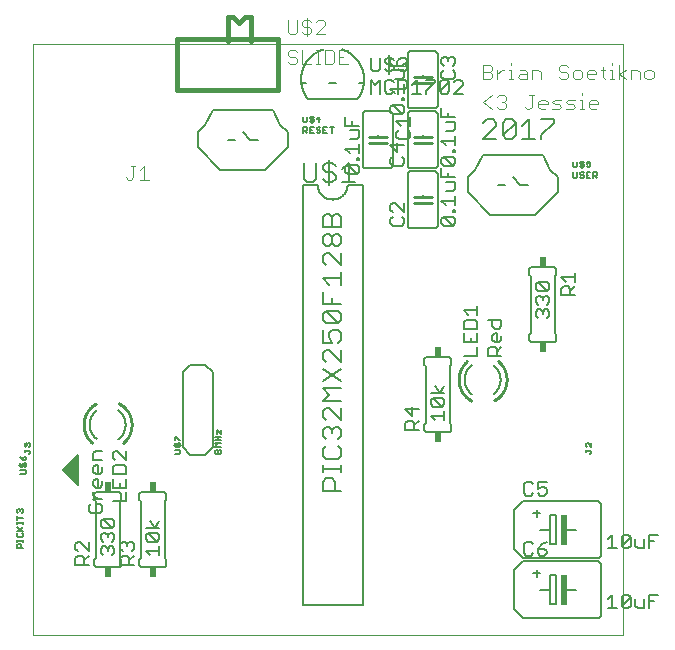
<source format=gto>
G75*
%MOIN*%
%OFA0B0*%
%FSLAX25Y25*%
%IPPOS*%
%LPD*%
%AMOC8*
5,1,8,0,0,1.08239X$1,22.5*
%
%ADD10C,0.00000*%
%ADD11C,0.00400*%
%ADD12C,0.00600*%
%ADD13C,0.01000*%
%ADD14C,0.00500*%
%ADD15R,0.02000X0.10000*%
%ADD16R,0.02400X0.03400*%
%ADD17C,0.00700*%
%ADD18C,0.01600*%
%ADD19C,0.00800*%
D10*
X0008500Y0001800D02*
X0008500Y0198650D01*
X0205350Y0198650D01*
X0205350Y0001800D01*
X0008500Y0001800D01*
D11*
X0040373Y0153457D02*
X0039606Y0154224D01*
X0040373Y0153457D02*
X0041140Y0153457D01*
X0041907Y0154224D01*
X0041907Y0158061D01*
X0041140Y0158061D02*
X0042675Y0158061D01*
X0044209Y0156526D02*
X0045744Y0158061D01*
X0045744Y0153457D01*
X0044209Y0153457D02*
X0047279Y0153457D01*
X0093700Y0192767D02*
X0094467Y0192000D01*
X0096002Y0192000D01*
X0096769Y0192767D01*
X0096769Y0193535D01*
X0096002Y0194302D01*
X0094467Y0194302D01*
X0093700Y0195069D01*
X0093700Y0195837D01*
X0094467Y0196604D01*
X0096002Y0196604D01*
X0096769Y0195837D01*
X0098304Y0196604D02*
X0098304Y0192000D01*
X0101373Y0192000D01*
X0102908Y0192000D02*
X0104442Y0192000D01*
X0103675Y0192000D02*
X0103675Y0196604D01*
X0102908Y0196604D02*
X0104442Y0196604D01*
X0105977Y0196604D02*
X0108279Y0196604D01*
X0109046Y0195837D01*
X0109046Y0192767D01*
X0108279Y0192000D01*
X0105977Y0192000D01*
X0105977Y0196604D01*
X0110581Y0196604D02*
X0110581Y0192000D01*
X0113650Y0192000D01*
X0112116Y0194302D02*
X0110581Y0194302D01*
X0110581Y0196604D02*
X0113650Y0196604D01*
X0105977Y0202000D02*
X0102908Y0202000D01*
X0105977Y0205069D01*
X0105977Y0205837D01*
X0105210Y0206604D01*
X0103675Y0206604D01*
X0102908Y0205837D01*
X0101373Y0205837D02*
X0100606Y0206604D01*
X0099071Y0206604D01*
X0098304Y0205837D01*
X0098304Y0205069D01*
X0099071Y0204302D01*
X0100606Y0204302D01*
X0101373Y0203535D01*
X0101373Y0202767D01*
X0100606Y0202000D01*
X0099071Y0202000D01*
X0098304Y0202767D01*
X0096769Y0202767D02*
X0096769Y0206604D01*
X0093700Y0206604D02*
X0093700Y0202767D01*
X0094467Y0202000D01*
X0096002Y0202000D01*
X0096769Y0202767D01*
X0099839Y0201233D02*
X0099839Y0207371D01*
X0158700Y0191604D02*
X0158700Y0187000D01*
X0161002Y0187000D01*
X0161769Y0187767D01*
X0161769Y0188535D01*
X0161002Y0189302D01*
X0158700Y0189302D01*
X0158700Y0191604D02*
X0161002Y0191604D01*
X0161769Y0190837D01*
X0161769Y0190069D01*
X0161002Y0189302D01*
X0163304Y0190069D02*
X0163304Y0187000D01*
X0163304Y0188535D02*
X0164839Y0190069D01*
X0165606Y0190069D01*
X0167141Y0190069D02*
X0167908Y0190069D01*
X0167908Y0187000D01*
X0167141Y0187000D02*
X0168675Y0187000D01*
X0170210Y0187767D02*
X0170977Y0188535D01*
X0173279Y0188535D01*
X0173279Y0189302D02*
X0173279Y0187000D01*
X0170977Y0187000D01*
X0170210Y0187767D01*
X0170977Y0190069D02*
X0172512Y0190069D01*
X0173279Y0189302D01*
X0174814Y0190069D02*
X0174814Y0187000D01*
X0177883Y0187000D02*
X0177883Y0189302D01*
X0177116Y0190069D01*
X0174814Y0190069D01*
X0167908Y0191604D02*
X0167908Y0192371D01*
X0165606Y0181604D02*
X0166373Y0180837D01*
X0166373Y0180069D01*
X0165606Y0179302D01*
X0166373Y0178535D01*
X0166373Y0177767D01*
X0165606Y0177000D01*
X0164071Y0177000D01*
X0163304Y0177767D01*
X0161769Y0177000D02*
X0158700Y0179302D01*
X0161769Y0181604D01*
X0163304Y0180837D02*
X0164071Y0181604D01*
X0165606Y0181604D01*
X0165606Y0179302D02*
X0164839Y0179302D01*
X0172512Y0177767D02*
X0173279Y0177000D01*
X0174046Y0177000D01*
X0174814Y0177767D01*
X0174814Y0181604D01*
X0175581Y0181604D02*
X0174046Y0181604D01*
X0177116Y0179302D02*
X0177116Y0177767D01*
X0177883Y0177000D01*
X0179418Y0177000D01*
X0180185Y0178535D02*
X0177116Y0178535D01*
X0177116Y0179302D02*
X0177883Y0180069D01*
X0179418Y0180069D01*
X0180185Y0179302D01*
X0180185Y0178535D01*
X0181720Y0179302D02*
X0182487Y0180069D01*
X0184789Y0180069D01*
X0186324Y0179302D02*
X0187091Y0180069D01*
X0189393Y0180069D01*
X0190927Y0180069D02*
X0191695Y0180069D01*
X0191695Y0177000D01*
X0192462Y0177000D02*
X0190927Y0177000D01*
X0189393Y0177767D02*
X0188626Y0178535D01*
X0187091Y0178535D01*
X0186324Y0179302D01*
X0184789Y0177767D02*
X0184022Y0178535D01*
X0182487Y0178535D01*
X0181720Y0179302D01*
X0181720Y0177000D02*
X0184022Y0177000D01*
X0184789Y0177767D01*
X0186324Y0177000D02*
X0188626Y0177000D01*
X0189393Y0177767D01*
X0191695Y0181604D02*
X0191695Y0182371D01*
X0193997Y0179302D02*
X0194764Y0180069D01*
X0196299Y0180069D01*
X0197066Y0179302D01*
X0197066Y0178535D01*
X0193997Y0178535D01*
X0193997Y0179302D02*
X0193997Y0177767D01*
X0194764Y0177000D01*
X0196299Y0177000D01*
X0195531Y0187000D02*
X0193997Y0187000D01*
X0193229Y0187767D01*
X0193229Y0189302D01*
X0193997Y0190069D01*
X0195531Y0190069D01*
X0196299Y0189302D01*
X0196299Y0188535D01*
X0193229Y0188535D01*
X0191695Y0187767D02*
X0191695Y0189302D01*
X0190927Y0190069D01*
X0189393Y0190069D01*
X0188626Y0189302D01*
X0188626Y0187767D01*
X0189393Y0187000D01*
X0190927Y0187000D01*
X0191695Y0187767D01*
X0187091Y0187767D02*
X0186324Y0187000D01*
X0184789Y0187000D01*
X0184022Y0187767D01*
X0184789Y0189302D02*
X0186324Y0189302D01*
X0187091Y0188535D01*
X0187091Y0187767D01*
X0184789Y0189302D02*
X0184022Y0190069D01*
X0184022Y0190837D01*
X0184789Y0191604D01*
X0186324Y0191604D01*
X0187091Y0190837D01*
X0197833Y0190069D02*
X0199368Y0190069D01*
X0198601Y0190837D02*
X0198601Y0187767D01*
X0199368Y0187000D01*
X0200903Y0187000D02*
X0202437Y0187000D01*
X0201670Y0187000D02*
X0201670Y0190069D01*
X0200903Y0190069D01*
X0201670Y0191604D02*
X0201670Y0192371D01*
X0203972Y0191604D02*
X0203972Y0187000D01*
X0203972Y0188535D02*
X0206274Y0190069D01*
X0207809Y0190069D02*
X0210110Y0190069D01*
X0210878Y0189302D01*
X0210878Y0187000D01*
X0212412Y0187767D02*
X0212412Y0189302D01*
X0213180Y0190069D01*
X0214714Y0190069D01*
X0215482Y0189302D01*
X0215482Y0187767D01*
X0214714Y0187000D01*
X0213180Y0187000D01*
X0212412Y0187767D01*
X0207809Y0187000D02*
X0207809Y0190069D01*
X0206274Y0187000D02*
X0203972Y0188535D01*
D12*
X0182407Y0173505D02*
X0182407Y0172438D01*
X0178136Y0168168D01*
X0178136Y0167100D01*
X0175961Y0167100D02*
X0171691Y0167100D01*
X0173826Y0167100D02*
X0173826Y0173505D01*
X0171691Y0171370D01*
X0169516Y0172438D02*
X0169516Y0168168D01*
X0168448Y0167100D01*
X0166313Y0167100D01*
X0165245Y0168168D01*
X0169516Y0172438D01*
X0168448Y0173505D01*
X0166313Y0173505D01*
X0165245Y0172438D01*
X0165245Y0168168D01*
X0163070Y0167100D02*
X0158800Y0167100D01*
X0163070Y0171370D01*
X0163070Y0172438D01*
X0162003Y0173505D01*
X0159868Y0173505D01*
X0158800Y0172438D01*
X0143500Y0175300D02*
X0143500Y0158300D01*
X0143498Y0158240D01*
X0143493Y0158179D01*
X0143484Y0158120D01*
X0143471Y0158061D01*
X0143455Y0158002D01*
X0143435Y0157945D01*
X0143412Y0157890D01*
X0143385Y0157835D01*
X0143356Y0157783D01*
X0143323Y0157732D01*
X0143287Y0157683D01*
X0143249Y0157637D01*
X0143207Y0157593D01*
X0143163Y0157551D01*
X0143117Y0157513D01*
X0143068Y0157477D01*
X0143017Y0157444D01*
X0142965Y0157415D01*
X0142910Y0157388D01*
X0142855Y0157365D01*
X0142798Y0157345D01*
X0142739Y0157329D01*
X0142680Y0157316D01*
X0142621Y0157307D01*
X0142560Y0157302D01*
X0142500Y0157300D01*
X0134500Y0157300D01*
X0134440Y0157302D01*
X0134379Y0157307D01*
X0134320Y0157316D01*
X0134261Y0157329D01*
X0134202Y0157345D01*
X0134145Y0157365D01*
X0134090Y0157388D01*
X0134035Y0157415D01*
X0133983Y0157444D01*
X0133932Y0157477D01*
X0133883Y0157513D01*
X0133837Y0157551D01*
X0133793Y0157593D01*
X0133751Y0157637D01*
X0133713Y0157683D01*
X0133677Y0157732D01*
X0133644Y0157783D01*
X0133615Y0157835D01*
X0133588Y0157890D01*
X0133565Y0157945D01*
X0133545Y0158002D01*
X0133529Y0158061D01*
X0133516Y0158120D01*
X0133507Y0158179D01*
X0133502Y0158240D01*
X0133500Y0158300D01*
X0133500Y0175300D01*
X0133502Y0175360D01*
X0133507Y0175421D01*
X0133516Y0175480D01*
X0133529Y0175539D01*
X0133545Y0175598D01*
X0133565Y0175655D01*
X0133588Y0175710D01*
X0133615Y0175765D01*
X0133644Y0175817D01*
X0133677Y0175868D01*
X0133713Y0175917D01*
X0133751Y0175963D01*
X0133793Y0176007D01*
X0133837Y0176049D01*
X0133883Y0176087D01*
X0133932Y0176123D01*
X0133983Y0176156D01*
X0134035Y0176185D01*
X0134090Y0176212D01*
X0134145Y0176235D01*
X0134202Y0176255D01*
X0134261Y0176271D01*
X0134320Y0176284D01*
X0134379Y0176293D01*
X0134440Y0176298D01*
X0134500Y0176300D01*
X0142500Y0176300D01*
X0142500Y0177300D02*
X0134500Y0177300D01*
X0134440Y0177302D01*
X0134379Y0177307D01*
X0134320Y0177316D01*
X0134261Y0177329D01*
X0134202Y0177345D01*
X0134145Y0177365D01*
X0134090Y0177388D01*
X0134035Y0177415D01*
X0133983Y0177444D01*
X0133932Y0177477D01*
X0133883Y0177513D01*
X0133837Y0177551D01*
X0133793Y0177593D01*
X0133751Y0177637D01*
X0133713Y0177683D01*
X0133677Y0177732D01*
X0133644Y0177783D01*
X0133615Y0177835D01*
X0133588Y0177890D01*
X0133565Y0177945D01*
X0133545Y0178002D01*
X0133529Y0178061D01*
X0133516Y0178120D01*
X0133507Y0178179D01*
X0133502Y0178240D01*
X0133500Y0178300D01*
X0133500Y0195300D01*
X0133502Y0195360D01*
X0133507Y0195421D01*
X0133516Y0195480D01*
X0133529Y0195539D01*
X0133545Y0195598D01*
X0133565Y0195655D01*
X0133588Y0195710D01*
X0133615Y0195765D01*
X0133644Y0195817D01*
X0133677Y0195868D01*
X0133713Y0195917D01*
X0133751Y0195963D01*
X0133793Y0196007D01*
X0133837Y0196049D01*
X0133883Y0196087D01*
X0133932Y0196123D01*
X0133983Y0196156D01*
X0134035Y0196185D01*
X0134090Y0196212D01*
X0134145Y0196235D01*
X0134202Y0196255D01*
X0134261Y0196271D01*
X0134320Y0196284D01*
X0134379Y0196293D01*
X0134440Y0196298D01*
X0134500Y0196300D01*
X0142500Y0196300D01*
X0142560Y0196298D01*
X0142621Y0196293D01*
X0142680Y0196284D01*
X0142739Y0196271D01*
X0142798Y0196255D01*
X0142855Y0196235D01*
X0142910Y0196212D01*
X0142965Y0196185D01*
X0143017Y0196156D01*
X0143068Y0196123D01*
X0143117Y0196087D01*
X0143163Y0196049D01*
X0143207Y0196007D01*
X0143249Y0195963D01*
X0143287Y0195917D01*
X0143323Y0195868D01*
X0143356Y0195817D01*
X0143385Y0195765D01*
X0143412Y0195710D01*
X0143435Y0195655D01*
X0143455Y0195598D01*
X0143471Y0195539D01*
X0143484Y0195480D01*
X0143493Y0195421D01*
X0143498Y0195360D01*
X0143500Y0195300D01*
X0143500Y0178300D01*
X0143498Y0178240D01*
X0143493Y0178179D01*
X0143484Y0178120D01*
X0143471Y0178061D01*
X0143455Y0178002D01*
X0143435Y0177945D01*
X0143412Y0177890D01*
X0143385Y0177835D01*
X0143356Y0177783D01*
X0143323Y0177732D01*
X0143287Y0177683D01*
X0143249Y0177637D01*
X0143207Y0177593D01*
X0143163Y0177551D01*
X0143117Y0177513D01*
X0143068Y0177477D01*
X0143017Y0177444D01*
X0142965Y0177415D01*
X0142910Y0177388D01*
X0142855Y0177365D01*
X0142798Y0177345D01*
X0142739Y0177329D01*
X0142680Y0177316D01*
X0142621Y0177307D01*
X0142560Y0177302D01*
X0142500Y0177300D01*
X0142500Y0176300D02*
X0142560Y0176298D01*
X0142621Y0176293D01*
X0142680Y0176284D01*
X0142739Y0176271D01*
X0142798Y0176255D01*
X0142855Y0176235D01*
X0142910Y0176212D01*
X0142965Y0176185D01*
X0143017Y0176156D01*
X0143068Y0176123D01*
X0143117Y0176087D01*
X0143163Y0176049D01*
X0143207Y0176007D01*
X0143249Y0175963D01*
X0143287Y0175917D01*
X0143323Y0175868D01*
X0143356Y0175817D01*
X0143385Y0175765D01*
X0143412Y0175710D01*
X0143435Y0175655D01*
X0143455Y0175598D01*
X0143471Y0175539D01*
X0143484Y0175480D01*
X0143493Y0175421D01*
X0143498Y0175360D01*
X0143500Y0175300D01*
X0138500Y0168300D02*
X0138500Y0167800D01*
X0138500Y0165800D02*
X0138500Y0165300D01*
X0134500Y0156300D02*
X0142500Y0156300D01*
X0142560Y0156298D01*
X0142621Y0156293D01*
X0142680Y0156284D01*
X0142739Y0156271D01*
X0142798Y0156255D01*
X0142855Y0156235D01*
X0142910Y0156212D01*
X0142965Y0156185D01*
X0143017Y0156156D01*
X0143068Y0156123D01*
X0143117Y0156087D01*
X0143163Y0156049D01*
X0143207Y0156007D01*
X0143249Y0155963D01*
X0143287Y0155917D01*
X0143323Y0155868D01*
X0143356Y0155817D01*
X0143385Y0155765D01*
X0143412Y0155710D01*
X0143435Y0155655D01*
X0143455Y0155598D01*
X0143471Y0155539D01*
X0143484Y0155480D01*
X0143493Y0155421D01*
X0143498Y0155360D01*
X0143500Y0155300D01*
X0143500Y0138300D01*
X0143498Y0138240D01*
X0143493Y0138179D01*
X0143484Y0138120D01*
X0143471Y0138061D01*
X0143455Y0138002D01*
X0143435Y0137945D01*
X0143412Y0137890D01*
X0143385Y0137835D01*
X0143356Y0137783D01*
X0143323Y0137732D01*
X0143287Y0137683D01*
X0143249Y0137637D01*
X0143207Y0137593D01*
X0143163Y0137551D01*
X0143117Y0137513D01*
X0143068Y0137477D01*
X0143017Y0137444D01*
X0142965Y0137415D01*
X0142910Y0137388D01*
X0142855Y0137365D01*
X0142798Y0137345D01*
X0142739Y0137329D01*
X0142680Y0137316D01*
X0142621Y0137307D01*
X0142560Y0137302D01*
X0142500Y0137300D01*
X0134500Y0137300D01*
X0134440Y0137302D01*
X0134379Y0137307D01*
X0134320Y0137316D01*
X0134261Y0137329D01*
X0134202Y0137345D01*
X0134145Y0137365D01*
X0134090Y0137388D01*
X0134035Y0137415D01*
X0133983Y0137444D01*
X0133932Y0137477D01*
X0133883Y0137513D01*
X0133837Y0137551D01*
X0133793Y0137593D01*
X0133751Y0137637D01*
X0133713Y0137683D01*
X0133677Y0137732D01*
X0133644Y0137783D01*
X0133615Y0137835D01*
X0133588Y0137890D01*
X0133565Y0137945D01*
X0133545Y0138002D01*
X0133529Y0138061D01*
X0133516Y0138120D01*
X0133507Y0138179D01*
X0133502Y0138240D01*
X0133500Y0138300D01*
X0133500Y0155300D01*
X0133502Y0155360D01*
X0133507Y0155421D01*
X0133516Y0155480D01*
X0133529Y0155539D01*
X0133545Y0155598D01*
X0133565Y0155655D01*
X0133588Y0155710D01*
X0133615Y0155765D01*
X0133644Y0155817D01*
X0133677Y0155868D01*
X0133713Y0155917D01*
X0133751Y0155963D01*
X0133793Y0156007D01*
X0133837Y0156049D01*
X0133883Y0156087D01*
X0133932Y0156123D01*
X0133983Y0156156D01*
X0134035Y0156185D01*
X0134090Y0156212D01*
X0134145Y0156235D01*
X0134202Y0156255D01*
X0134261Y0156271D01*
X0134320Y0156284D01*
X0134379Y0156293D01*
X0134440Y0156298D01*
X0134500Y0156300D01*
X0128500Y0158300D02*
X0128500Y0175300D01*
X0128498Y0175360D01*
X0128493Y0175421D01*
X0128484Y0175480D01*
X0128471Y0175539D01*
X0128455Y0175598D01*
X0128435Y0175655D01*
X0128412Y0175710D01*
X0128385Y0175765D01*
X0128356Y0175817D01*
X0128323Y0175868D01*
X0128287Y0175917D01*
X0128249Y0175963D01*
X0128207Y0176007D01*
X0128163Y0176049D01*
X0128117Y0176087D01*
X0128068Y0176123D01*
X0128017Y0176156D01*
X0127965Y0176185D01*
X0127910Y0176212D01*
X0127855Y0176235D01*
X0127798Y0176255D01*
X0127739Y0176271D01*
X0127680Y0176284D01*
X0127621Y0176293D01*
X0127560Y0176298D01*
X0127500Y0176300D01*
X0119500Y0176300D01*
X0119440Y0176298D01*
X0119379Y0176293D01*
X0119320Y0176284D01*
X0119261Y0176271D01*
X0119202Y0176255D01*
X0119145Y0176235D01*
X0119090Y0176212D01*
X0119035Y0176185D01*
X0118983Y0176156D01*
X0118932Y0176123D01*
X0118883Y0176087D01*
X0118837Y0176049D01*
X0118793Y0176007D01*
X0118751Y0175963D01*
X0118713Y0175917D01*
X0118677Y0175868D01*
X0118644Y0175817D01*
X0118615Y0175765D01*
X0118588Y0175710D01*
X0118565Y0175655D01*
X0118545Y0175598D01*
X0118529Y0175539D01*
X0118516Y0175480D01*
X0118507Y0175421D01*
X0118502Y0175360D01*
X0118500Y0175300D01*
X0118500Y0158300D01*
X0118502Y0158240D01*
X0118507Y0158179D01*
X0118516Y0158120D01*
X0118529Y0158061D01*
X0118545Y0158002D01*
X0118565Y0157945D01*
X0118588Y0157890D01*
X0118615Y0157835D01*
X0118644Y0157783D01*
X0118677Y0157732D01*
X0118713Y0157683D01*
X0118751Y0157637D01*
X0118793Y0157593D01*
X0118837Y0157551D01*
X0118883Y0157513D01*
X0118932Y0157477D01*
X0118983Y0157444D01*
X0119035Y0157415D01*
X0119090Y0157388D01*
X0119145Y0157365D01*
X0119202Y0157345D01*
X0119261Y0157329D01*
X0119320Y0157316D01*
X0119379Y0157307D01*
X0119440Y0157302D01*
X0119500Y0157300D01*
X0127500Y0157300D01*
X0127560Y0157302D01*
X0127621Y0157307D01*
X0127680Y0157316D01*
X0127739Y0157329D01*
X0127798Y0157345D01*
X0127855Y0157365D01*
X0127910Y0157388D01*
X0127965Y0157415D01*
X0128017Y0157444D01*
X0128068Y0157477D01*
X0128117Y0157513D01*
X0128163Y0157551D01*
X0128207Y0157593D01*
X0128249Y0157637D01*
X0128287Y0157683D01*
X0128323Y0157732D01*
X0128356Y0157783D01*
X0128385Y0157835D01*
X0128412Y0157890D01*
X0128435Y0157945D01*
X0128455Y0158002D01*
X0128471Y0158061D01*
X0128484Y0158120D01*
X0128493Y0158179D01*
X0128498Y0158240D01*
X0128500Y0158300D01*
X0123500Y0165300D02*
X0123500Y0165800D01*
X0123500Y0167800D02*
X0123500Y0168300D01*
X0118500Y0151800D02*
X0113500Y0151800D01*
X0113498Y0151660D01*
X0113492Y0151520D01*
X0113482Y0151380D01*
X0113469Y0151240D01*
X0113451Y0151101D01*
X0113429Y0150962D01*
X0113404Y0150825D01*
X0113375Y0150687D01*
X0113342Y0150551D01*
X0113305Y0150416D01*
X0113264Y0150282D01*
X0113219Y0150149D01*
X0113171Y0150017D01*
X0113119Y0149887D01*
X0113064Y0149758D01*
X0113005Y0149631D01*
X0112942Y0149505D01*
X0112876Y0149381D01*
X0112807Y0149260D01*
X0112734Y0149140D01*
X0112657Y0149022D01*
X0112578Y0148907D01*
X0112495Y0148793D01*
X0112409Y0148683D01*
X0112320Y0148574D01*
X0112228Y0148468D01*
X0112133Y0148365D01*
X0112036Y0148264D01*
X0111935Y0148167D01*
X0111832Y0148072D01*
X0111726Y0147980D01*
X0111617Y0147891D01*
X0111507Y0147805D01*
X0111393Y0147722D01*
X0111278Y0147643D01*
X0111160Y0147566D01*
X0111040Y0147493D01*
X0110919Y0147424D01*
X0110795Y0147358D01*
X0110669Y0147295D01*
X0110542Y0147236D01*
X0110413Y0147181D01*
X0110283Y0147129D01*
X0110151Y0147081D01*
X0110018Y0147036D01*
X0109884Y0146995D01*
X0109749Y0146958D01*
X0109613Y0146925D01*
X0109475Y0146896D01*
X0109338Y0146871D01*
X0109199Y0146849D01*
X0109060Y0146831D01*
X0108920Y0146818D01*
X0108780Y0146808D01*
X0108640Y0146802D01*
X0108500Y0146800D01*
X0108360Y0146802D01*
X0108220Y0146808D01*
X0108080Y0146818D01*
X0107940Y0146831D01*
X0107801Y0146849D01*
X0107662Y0146871D01*
X0107525Y0146896D01*
X0107387Y0146925D01*
X0107251Y0146958D01*
X0107116Y0146995D01*
X0106982Y0147036D01*
X0106849Y0147081D01*
X0106717Y0147129D01*
X0106587Y0147181D01*
X0106458Y0147236D01*
X0106331Y0147295D01*
X0106205Y0147358D01*
X0106081Y0147424D01*
X0105960Y0147493D01*
X0105840Y0147566D01*
X0105722Y0147643D01*
X0105607Y0147722D01*
X0105493Y0147805D01*
X0105383Y0147891D01*
X0105274Y0147980D01*
X0105168Y0148072D01*
X0105065Y0148167D01*
X0104964Y0148264D01*
X0104867Y0148365D01*
X0104772Y0148468D01*
X0104680Y0148574D01*
X0104591Y0148683D01*
X0104505Y0148793D01*
X0104422Y0148907D01*
X0104343Y0149022D01*
X0104266Y0149140D01*
X0104193Y0149260D01*
X0104124Y0149381D01*
X0104058Y0149505D01*
X0103995Y0149631D01*
X0103936Y0149758D01*
X0103881Y0149887D01*
X0103829Y0150017D01*
X0103781Y0150149D01*
X0103736Y0150282D01*
X0103695Y0150416D01*
X0103658Y0150551D01*
X0103625Y0150687D01*
X0103596Y0150825D01*
X0103571Y0150962D01*
X0103549Y0151101D01*
X0103531Y0151240D01*
X0103518Y0151380D01*
X0103508Y0151520D01*
X0103502Y0151660D01*
X0103500Y0151800D01*
X0098500Y0151800D01*
X0098500Y0151300D02*
X0098500Y0011800D01*
X0118500Y0011800D01*
X0118500Y0151800D01*
X0138500Y0148300D02*
X0138500Y0147800D01*
X0138500Y0145800D02*
X0138500Y0145300D01*
X0174000Y0123300D02*
X0174000Y0121800D01*
X0174500Y0121300D01*
X0174500Y0102300D01*
X0174000Y0101800D01*
X0174000Y0100300D01*
X0174002Y0100240D01*
X0174007Y0100179D01*
X0174016Y0100120D01*
X0174029Y0100061D01*
X0174045Y0100002D01*
X0174065Y0099945D01*
X0174088Y0099890D01*
X0174115Y0099835D01*
X0174144Y0099783D01*
X0174177Y0099732D01*
X0174213Y0099683D01*
X0174251Y0099637D01*
X0174293Y0099593D01*
X0174337Y0099551D01*
X0174383Y0099513D01*
X0174432Y0099477D01*
X0174483Y0099444D01*
X0174535Y0099415D01*
X0174590Y0099388D01*
X0174645Y0099365D01*
X0174702Y0099345D01*
X0174761Y0099329D01*
X0174820Y0099316D01*
X0174879Y0099307D01*
X0174940Y0099302D01*
X0175000Y0099300D01*
X0182000Y0099300D01*
X0182060Y0099302D01*
X0182121Y0099307D01*
X0182180Y0099316D01*
X0182239Y0099329D01*
X0182298Y0099345D01*
X0182355Y0099365D01*
X0182410Y0099388D01*
X0182465Y0099415D01*
X0182517Y0099444D01*
X0182568Y0099477D01*
X0182617Y0099513D01*
X0182663Y0099551D01*
X0182707Y0099593D01*
X0182749Y0099637D01*
X0182787Y0099683D01*
X0182823Y0099732D01*
X0182856Y0099783D01*
X0182885Y0099835D01*
X0182912Y0099890D01*
X0182935Y0099945D01*
X0182955Y0100002D01*
X0182971Y0100061D01*
X0182984Y0100120D01*
X0182993Y0100179D01*
X0182998Y0100240D01*
X0183000Y0100300D01*
X0183000Y0101800D01*
X0182500Y0102300D01*
X0182500Y0121300D01*
X0183000Y0121800D01*
X0183000Y0123300D01*
X0182998Y0123360D01*
X0182993Y0123421D01*
X0182984Y0123480D01*
X0182971Y0123539D01*
X0182955Y0123598D01*
X0182935Y0123655D01*
X0182912Y0123710D01*
X0182885Y0123765D01*
X0182856Y0123817D01*
X0182823Y0123868D01*
X0182787Y0123917D01*
X0182749Y0123963D01*
X0182707Y0124007D01*
X0182663Y0124049D01*
X0182617Y0124087D01*
X0182568Y0124123D01*
X0182517Y0124156D01*
X0182465Y0124185D01*
X0182410Y0124212D01*
X0182355Y0124235D01*
X0182298Y0124255D01*
X0182239Y0124271D01*
X0182180Y0124284D01*
X0182121Y0124293D01*
X0182060Y0124298D01*
X0182000Y0124300D01*
X0175000Y0124300D01*
X0174940Y0124298D01*
X0174879Y0124293D01*
X0174820Y0124284D01*
X0174761Y0124271D01*
X0174702Y0124255D01*
X0174645Y0124235D01*
X0174590Y0124212D01*
X0174535Y0124185D01*
X0174483Y0124156D01*
X0174432Y0124123D01*
X0174383Y0124087D01*
X0174337Y0124049D01*
X0174293Y0124007D01*
X0174251Y0123963D01*
X0174213Y0123917D01*
X0174177Y0123868D01*
X0174144Y0123817D01*
X0174115Y0123765D01*
X0174088Y0123710D01*
X0174065Y0123655D01*
X0174045Y0123598D01*
X0174029Y0123539D01*
X0174016Y0123480D01*
X0174007Y0123421D01*
X0174002Y0123360D01*
X0174000Y0123300D01*
X0147000Y0094300D02*
X0140000Y0094300D01*
X0139940Y0094298D01*
X0139879Y0094293D01*
X0139820Y0094284D01*
X0139761Y0094271D01*
X0139702Y0094255D01*
X0139645Y0094235D01*
X0139590Y0094212D01*
X0139535Y0094185D01*
X0139483Y0094156D01*
X0139432Y0094123D01*
X0139383Y0094087D01*
X0139337Y0094049D01*
X0139293Y0094007D01*
X0139251Y0093963D01*
X0139213Y0093917D01*
X0139177Y0093868D01*
X0139144Y0093817D01*
X0139115Y0093765D01*
X0139088Y0093710D01*
X0139065Y0093655D01*
X0139045Y0093598D01*
X0139029Y0093539D01*
X0139016Y0093480D01*
X0139007Y0093421D01*
X0139002Y0093360D01*
X0139000Y0093300D01*
X0139000Y0091800D01*
X0139500Y0091300D01*
X0139500Y0072300D01*
X0139000Y0071800D01*
X0139000Y0070300D01*
X0139002Y0070240D01*
X0139007Y0070179D01*
X0139016Y0070120D01*
X0139029Y0070061D01*
X0139045Y0070002D01*
X0139065Y0069945D01*
X0139088Y0069890D01*
X0139115Y0069835D01*
X0139144Y0069783D01*
X0139177Y0069732D01*
X0139213Y0069683D01*
X0139251Y0069637D01*
X0139293Y0069593D01*
X0139337Y0069551D01*
X0139383Y0069513D01*
X0139432Y0069477D01*
X0139483Y0069444D01*
X0139535Y0069415D01*
X0139590Y0069388D01*
X0139645Y0069365D01*
X0139702Y0069345D01*
X0139761Y0069329D01*
X0139820Y0069316D01*
X0139879Y0069307D01*
X0139940Y0069302D01*
X0140000Y0069300D01*
X0147000Y0069300D01*
X0147060Y0069302D01*
X0147121Y0069307D01*
X0147180Y0069316D01*
X0147239Y0069329D01*
X0147298Y0069345D01*
X0147355Y0069365D01*
X0147410Y0069388D01*
X0147465Y0069415D01*
X0147517Y0069444D01*
X0147568Y0069477D01*
X0147617Y0069513D01*
X0147663Y0069551D01*
X0147707Y0069593D01*
X0147749Y0069637D01*
X0147787Y0069683D01*
X0147823Y0069732D01*
X0147856Y0069783D01*
X0147885Y0069835D01*
X0147912Y0069890D01*
X0147935Y0069945D01*
X0147955Y0070002D01*
X0147971Y0070061D01*
X0147984Y0070120D01*
X0147993Y0070179D01*
X0147998Y0070240D01*
X0148000Y0070300D01*
X0148000Y0071800D01*
X0147500Y0072300D01*
X0147500Y0091300D01*
X0148000Y0091800D01*
X0148000Y0093300D01*
X0147998Y0093360D01*
X0147993Y0093421D01*
X0147984Y0093480D01*
X0147971Y0093539D01*
X0147955Y0093598D01*
X0147935Y0093655D01*
X0147912Y0093710D01*
X0147885Y0093765D01*
X0147856Y0093817D01*
X0147823Y0093868D01*
X0147787Y0093917D01*
X0147749Y0093963D01*
X0147707Y0094007D01*
X0147663Y0094049D01*
X0147617Y0094087D01*
X0147568Y0094123D01*
X0147517Y0094156D01*
X0147465Y0094185D01*
X0147410Y0094212D01*
X0147355Y0094235D01*
X0147298Y0094255D01*
X0147239Y0094271D01*
X0147180Y0094284D01*
X0147121Y0094293D01*
X0147060Y0094298D01*
X0147000Y0094300D01*
X0164500Y0086800D02*
X0164498Y0086648D01*
X0164492Y0086497D01*
X0164483Y0086346D01*
X0164469Y0086194D01*
X0164452Y0086044D01*
X0164431Y0085894D01*
X0164406Y0085744D01*
X0164378Y0085595D01*
X0164345Y0085447D01*
X0164309Y0085300D01*
X0164270Y0085153D01*
X0164226Y0085008D01*
X0164179Y0084864D01*
X0164128Y0084721D01*
X0164074Y0084580D01*
X0164016Y0084439D01*
X0163955Y0084301D01*
X0163890Y0084164D01*
X0163821Y0084028D01*
X0163750Y0083895D01*
X0163675Y0083763D01*
X0163596Y0083633D01*
X0163515Y0083506D01*
X0163430Y0083380D01*
X0163342Y0083256D01*
X0163251Y0083135D01*
X0163157Y0083016D01*
X0163059Y0082900D01*
X0162959Y0082786D01*
X0162857Y0082674D01*
X0162751Y0082566D01*
X0162643Y0082460D01*
X0162532Y0082356D01*
X0162418Y0082256D01*
X0162302Y0082158D01*
X0162183Y0082064D01*
X0152500Y0086800D02*
X0152502Y0086954D01*
X0152508Y0087108D01*
X0152518Y0087262D01*
X0152532Y0087416D01*
X0152549Y0087569D01*
X0152571Y0087721D01*
X0152597Y0087873D01*
X0152626Y0088025D01*
X0152660Y0088175D01*
X0152697Y0088325D01*
X0152738Y0088473D01*
X0152783Y0088621D01*
X0152832Y0088767D01*
X0152884Y0088912D01*
X0152940Y0089055D01*
X0153000Y0089198D01*
X0153063Y0089338D01*
X0153130Y0089477D01*
X0153201Y0089614D01*
X0153275Y0089749D01*
X0153352Y0089882D01*
X0153433Y0090014D01*
X0153517Y0090143D01*
X0153605Y0090270D01*
X0153696Y0090394D01*
X0153789Y0090516D01*
X0153887Y0090636D01*
X0153987Y0090753D01*
X0154090Y0090868D01*
X0154196Y0090980D01*
X0154304Y0091089D01*
X0154416Y0091195D01*
X0154530Y0091299D01*
X0154647Y0091399D01*
X0154766Y0091497D01*
X0154888Y0091591D01*
X0155013Y0091682D01*
X0152500Y0086800D02*
X0152502Y0086650D01*
X0152508Y0086499D01*
X0152517Y0086349D01*
X0152530Y0086200D01*
X0152547Y0086050D01*
X0152568Y0085901D01*
X0152592Y0085753D01*
X0152620Y0085605D01*
X0152652Y0085458D01*
X0152687Y0085312D01*
X0152727Y0085167D01*
X0152769Y0085023D01*
X0152816Y0084880D01*
X0152866Y0084738D01*
X0152919Y0084597D01*
X0152976Y0084458D01*
X0153036Y0084320D01*
X0153100Y0084184D01*
X0153167Y0084050D01*
X0153238Y0083917D01*
X0153312Y0083786D01*
X0153389Y0083657D01*
X0153470Y0083530D01*
X0153553Y0083405D01*
X0153640Y0083282D01*
X0153729Y0083161D01*
X0153822Y0083043D01*
X0153918Y0082927D01*
X0154016Y0082813D01*
X0154117Y0082702D01*
X0154222Y0082593D01*
X0154328Y0082488D01*
X0154438Y0082384D01*
X0154550Y0082284D01*
X0154664Y0082186D01*
X0154781Y0082092D01*
X0154900Y0082000D01*
X0164500Y0086800D02*
X0164498Y0086952D01*
X0164492Y0087103D01*
X0164483Y0087254D01*
X0164469Y0087406D01*
X0164452Y0087556D01*
X0164431Y0087706D01*
X0164406Y0087856D01*
X0164378Y0088005D01*
X0164345Y0088153D01*
X0164309Y0088300D01*
X0164270Y0088447D01*
X0164226Y0088592D01*
X0164179Y0088736D01*
X0164128Y0088879D01*
X0164074Y0089020D01*
X0164016Y0089161D01*
X0163955Y0089299D01*
X0163890Y0089436D01*
X0163821Y0089572D01*
X0163750Y0089705D01*
X0163675Y0089837D01*
X0163596Y0089967D01*
X0163515Y0090094D01*
X0163430Y0090220D01*
X0163342Y0090344D01*
X0163251Y0090465D01*
X0163157Y0090584D01*
X0163059Y0090700D01*
X0162959Y0090814D01*
X0162857Y0090926D01*
X0162751Y0091034D01*
X0162643Y0091140D01*
X0162532Y0091244D01*
X0162418Y0091344D01*
X0162302Y0091442D01*
X0162183Y0091536D01*
X0172000Y0046300D02*
X0169000Y0043300D01*
X0169000Y0030300D01*
X0172000Y0027300D01*
X0196500Y0027300D01*
X0196500Y0026300D02*
X0172000Y0026300D01*
X0169000Y0023300D01*
X0169000Y0010300D01*
X0172000Y0007300D01*
X0196500Y0007300D01*
X0196576Y0007302D01*
X0196652Y0007308D01*
X0196727Y0007317D01*
X0196802Y0007331D01*
X0196876Y0007348D01*
X0196949Y0007369D01*
X0197021Y0007393D01*
X0197092Y0007422D01*
X0197161Y0007453D01*
X0197228Y0007488D01*
X0197293Y0007527D01*
X0197357Y0007569D01*
X0197418Y0007614D01*
X0197477Y0007662D01*
X0197533Y0007713D01*
X0197587Y0007767D01*
X0197638Y0007823D01*
X0197686Y0007882D01*
X0197731Y0007943D01*
X0197773Y0008007D01*
X0197812Y0008072D01*
X0197847Y0008139D01*
X0197878Y0008208D01*
X0197907Y0008279D01*
X0197931Y0008351D01*
X0197952Y0008424D01*
X0197969Y0008498D01*
X0197983Y0008573D01*
X0197992Y0008648D01*
X0197998Y0008724D01*
X0198000Y0008800D01*
X0198000Y0024800D01*
X0197998Y0024876D01*
X0197992Y0024952D01*
X0197983Y0025027D01*
X0197969Y0025102D01*
X0197952Y0025176D01*
X0197931Y0025249D01*
X0197907Y0025321D01*
X0197878Y0025392D01*
X0197847Y0025461D01*
X0197812Y0025528D01*
X0197773Y0025593D01*
X0197731Y0025657D01*
X0197686Y0025718D01*
X0197638Y0025777D01*
X0197587Y0025833D01*
X0197533Y0025887D01*
X0197477Y0025938D01*
X0197418Y0025986D01*
X0197357Y0026031D01*
X0197293Y0026073D01*
X0197228Y0026112D01*
X0197161Y0026147D01*
X0197092Y0026178D01*
X0197021Y0026207D01*
X0196949Y0026231D01*
X0196876Y0026252D01*
X0196802Y0026269D01*
X0196727Y0026283D01*
X0196652Y0026292D01*
X0196576Y0026298D01*
X0196500Y0026300D01*
X0196500Y0027300D02*
X0196576Y0027302D01*
X0196652Y0027308D01*
X0196727Y0027317D01*
X0196802Y0027331D01*
X0196876Y0027348D01*
X0196949Y0027369D01*
X0197021Y0027393D01*
X0197092Y0027422D01*
X0197161Y0027453D01*
X0197228Y0027488D01*
X0197293Y0027527D01*
X0197357Y0027569D01*
X0197418Y0027614D01*
X0197477Y0027662D01*
X0197533Y0027713D01*
X0197587Y0027767D01*
X0197638Y0027823D01*
X0197686Y0027882D01*
X0197731Y0027943D01*
X0197773Y0028007D01*
X0197812Y0028072D01*
X0197847Y0028139D01*
X0197878Y0028208D01*
X0197907Y0028279D01*
X0197931Y0028351D01*
X0197952Y0028424D01*
X0197969Y0028498D01*
X0197983Y0028573D01*
X0197992Y0028648D01*
X0197998Y0028724D01*
X0198000Y0028800D01*
X0198000Y0044800D01*
X0197998Y0044876D01*
X0197992Y0044952D01*
X0197983Y0045027D01*
X0197969Y0045102D01*
X0197952Y0045176D01*
X0197931Y0045249D01*
X0197907Y0045321D01*
X0197878Y0045392D01*
X0197847Y0045461D01*
X0197812Y0045528D01*
X0197773Y0045593D01*
X0197731Y0045657D01*
X0197686Y0045718D01*
X0197638Y0045777D01*
X0197587Y0045833D01*
X0197533Y0045887D01*
X0197477Y0045938D01*
X0197418Y0045986D01*
X0197357Y0046031D01*
X0197293Y0046073D01*
X0197228Y0046112D01*
X0197161Y0046147D01*
X0197092Y0046178D01*
X0197021Y0046207D01*
X0196949Y0046231D01*
X0196876Y0046252D01*
X0196802Y0046269D01*
X0196727Y0046283D01*
X0196652Y0046292D01*
X0196576Y0046298D01*
X0196500Y0046300D01*
X0172000Y0046300D01*
X0175200Y0042200D02*
X0177800Y0042200D01*
X0176500Y0043400D02*
X0176500Y0040900D01*
X0177500Y0036800D02*
X0181000Y0036800D01*
X0181000Y0041600D01*
X0183000Y0041600D01*
X0183000Y0032000D01*
X0181000Y0032000D01*
X0181000Y0036800D01*
X0186000Y0036800D02*
X0189500Y0036800D01*
X0176500Y0023400D02*
X0176500Y0020900D01*
X0177800Y0022200D02*
X0175200Y0022200D01*
X0181000Y0021600D02*
X0181000Y0016800D01*
X0181000Y0012000D01*
X0183000Y0012000D01*
X0183000Y0021600D01*
X0181000Y0021600D01*
X0181000Y0016800D02*
X0177500Y0016800D01*
X0186000Y0016800D02*
X0189500Y0016800D01*
X0053000Y0025300D02*
X0053000Y0026800D01*
X0052500Y0027300D01*
X0052500Y0046300D01*
X0053000Y0046800D01*
X0053000Y0048300D01*
X0052998Y0048360D01*
X0052993Y0048421D01*
X0052984Y0048480D01*
X0052971Y0048539D01*
X0052955Y0048598D01*
X0052935Y0048655D01*
X0052912Y0048710D01*
X0052885Y0048765D01*
X0052856Y0048817D01*
X0052823Y0048868D01*
X0052787Y0048917D01*
X0052749Y0048963D01*
X0052707Y0049007D01*
X0052663Y0049049D01*
X0052617Y0049087D01*
X0052568Y0049123D01*
X0052517Y0049156D01*
X0052465Y0049185D01*
X0052410Y0049212D01*
X0052355Y0049235D01*
X0052298Y0049255D01*
X0052239Y0049271D01*
X0052180Y0049284D01*
X0052121Y0049293D01*
X0052060Y0049298D01*
X0052000Y0049300D01*
X0045000Y0049300D01*
X0044940Y0049298D01*
X0044879Y0049293D01*
X0044820Y0049284D01*
X0044761Y0049271D01*
X0044702Y0049255D01*
X0044645Y0049235D01*
X0044590Y0049212D01*
X0044535Y0049185D01*
X0044483Y0049156D01*
X0044432Y0049123D01*
X0044383Y0049087D01*
X0044337Y0049049D01*
X0044293Y0049007D01*
X0044251Y0048963D01*
X0044213Y0048917D01*
X0044177Y0048868D01*
X0044144Y0048817D01*
X0044115Y0048765D01*
X0044088Y0048710D01*
X0044065Y0048655D01*
X0044045Y0048598D01*
X0044029Y0048539D01*
X0044016Y0048480D01*
X0044007Y0048421D01*
X0044002Y0048360D01*
X0044000Y0048300D01*
X0044000Y0046800D01*
X0044500Y0046300D01*
X0044500Y0027300D01*
X0044000Y0026800D01*
X0044000Y0025300D01*
X0044002Y0025240D01*
X0044007Y0025179D01*
X0044016Y0025120D01*
X0044029Y0025061D01*
X0044045Y0025002D01*
X0044065Y0024945D01*
X0044088Y0024890D01*
X0044115Y0024835D01*
X0044144Y0024783D01*
X0044177Y0024732D01*
X0044213Y0024683D01*
X0044251Y0024637D01*
X0044293Y0024593D01*
X0044337Y0024551D01*
X0044383Y0024513D01*
X0044432Y0024477D01*
X0044483Y0024444D01*
X0044535Y0024415D01*
X0044590Y0024388D01*
X0044645Y0024365D01*
X0044702Y0024345D01*
X0044761Y0024329D01*
X0044820Y0024316D01*
X0044879Y0024307D01*
X0044940Y0024302D01*
X0045000Y0024300D01*
X0052000Y0024300D01*
X0052060Y0024302D01*
X0052121Y0024307D01*
X0052180Y0024316D01*
X0052239Y0024329D01*
X0052298Y0024345D01*
X0052355Y0024365D01*
X0052410Y0024388D01*
X0052465Y0024415D01*
X0052517Y0024444D01*
X0052568Y0024477D01*
X0052617Y0024513D01*
X0052663Y0024551D01*
X0052707Y0024593D01*
X0052749Y0024637D01*
X0052787Y0024683D01*
X0052823Y0024732D01*
X0052856Y0024783D01*
X0052885Y0024835D01*
X0052912Y0024890D01*
X0052935Y0024945D01*
X0052955Y0025002D01*
X0052971Y0025061D01*
X0052984Y0025120D01*
X0052993Y0025179D01*
X0052998Y0025240D01*
X0053000Y0025300D01*
X0038000Y0025300D02*
X0038000Y0026800D01*
X0037500Y0027300D01*
X0037500Y0046300D01*
X0038000Y0046800D01*
X0038000Y0048300D01*
X0037998Y0048360D01*
X0037993Y0048421D01*
X0037984Y0048480D01*
X0037971Y0048539D01*
X0037955Y0048598D01*
X0037935Y0048655D01*
X0037912Y0048710D01*
X0037885Y0048765D01*
X0037856Y0048817D01*
X0037823Y0048868D01*
X0037787Y0048917D01*
X0037749Y0048963D01*
X0037707Y0049007D01*
X0037663Y0049049D01*
X0037617Y0049087D01*
X0037568Y0049123D01*
X0037517Y0049156D01*
X0037465Y0049185D01*
X0037410Y0049212D01*
X0037355Y0049235D01*
X0037298Y0049255D01*
X0037239Y0049271D01*
X0037180Y0049284D01*
X0037121Y0049293D01*
X0037060Y0049298D01*
X0037000Y0049300D01*
X0030000Y0049300D01*
X0029940Y0049298D01*
X0029879Y0049293D01*
X0029820Y0049284D01*
X0029761Y0049271D01*
X0029702Y0049255D01*
X0029645Y0049235D01*
X0029590Y0049212D01*
X0029535Y0049185D01*
X0029483Y0049156D01*
X0029432Y0049123D01*
X0029383Y0049087D01*
X0029337Y0049049D01*
X0029293Y0049007D01*
X0029251Y0048963D01*
X0029213Y0048917D01*
X0029177Y0048868D01*
X0029144Y0048817D01*
X0029115Y0048765D01*
X0029088Y0048710D01*
X0029065Y0048655D01*
X0029045Y0048598D01*
X0029029Y0048539D01*
X0029016Y0048480D01*
X0029007Y0048421D01*
X0029002Y0048360D01*
X0029000Y0048300D01*
X0029000Y0046800D01*
X0029500Y0046300D01*
X0029500Y0027300D01*
X0029000Y0026800D01*
X0029000Y0025300D01*
X0029002Y0025240D01*
X0029007Y0025179D01*
X0029016Y0025120D01*
X0029029Y0025061D01*
X0029045Y0025002D01*
X0029065Y0024945D01*
X0029088Y0024890D01*
X0029115Y0024835D01*
X0029144Y0024783D01*
X0029177Y0024732D01*
X0029213Y0024683D01*
X0029251Y0024637D01*
X0029293Y0024593D01*
X0029337Y0024551D01*
X0029383Y0024513D01*
X0029432Y0024477D01*
X0029483Y0024444D01*
X0029535Y0024415D01*
X0029590Y0024388D01*
X0029645Y0024365D01*
X0029702Y0024345D01*
X0029761Y0024329D01*
X0029820Y0024316D01*
X0029879Y0024307D01*
X0029940Y0024302D01*
X0030000Y0024300D01*
X0037000Y0024300D01*
X0037060Y0024302D01*
X0037121Y0024307D01*
X0037180Y0024316D01*
X0037239Y0024329D01*
X0037298Y0024345D01*
X0037355Y0024365D01*
X0037410Y0024388D01*
X0037465Y0024415D01*
X0037517Y0024444D01*
X0037568Y0024477D01*
X0037617Y0024513D01*
X0037663Y0024551D01*
X0037707Y0024593D01*
X0037749Y0024637D01*
X0037787Y0024683D01*
X0037823Y0024732D01*
X0037856Y0024783D01*
X0037885Y0024835D01*
X0037912Y0024890D01*
X0037935Y0024945D01*
X0037955Y0025002D01*
X0037971Y0025061D01*
X0037984Y0025120D01*
X0037993Y0025179D01*
X0037998Y0025240D01*
X0038000Y0025300D01*
X0027500Y0071800D02*
X0027502Y0071952D01*
X0027508Y0072103D01*
X0027517Y0072254D01*
X0027531Y0072406D01*
X0027548Y0072556D01*
X0027569Y0072706D01*
X0027594Y0072856D01*
X0027622Y0073005D01*
X0027655Y0073153D01*
X0027691Y0073300D01*
X0027730Y0073447D01*
X0027774Y0073592D01*
X0027821Y0073736D01*
X0027872Y0073879D01*
X0027926Y0074020D01*
X0027984Y0074161D01*
X0028045Y0074299D01*
X0028110Y0074436D01*
X0028179Y0074572D01*
X0028250Y0074705D01*
X0028325Y0074837D01*
X0028404Y0074967D01*
X0028485Y0075094D01*
X0028570Y0075220D01*
X0028658Y0075344D01*
X0028749Y0075465D01*
X0028843Y0075584D01*
X0028941Y0075700D01*
X0029041Y0075814D01*
X0029143Y0075926D01*
X0029249Y0076034D01*
X0029357Y0076140D01*
X0029468Y0076244D01*
X0029582Y0076344D01*
X0029698Y0076442D01*
X0029817Y0076536D01*
X0039500Y0071800D02*
X0039498Y0071646D01*
X0039492Y0071492D01*
X0039482Y0071338D01*
X0039468Y0071184D01*
X0039451Y0071031D01*
X0039429Y0070879D01*
X0039403Y0070727D01*
X0039374Y0070575D01*
X0039340Y0070425D01*
X0039303Y0070275D01*
X0039262Y0070127D01*
X0039217Y0069979D01*
X0039168Y0069833D01*
X0039116Y0069688D01*
X0039060Y0069545D01*
X0039000Y0069402D01*
X0038937Y0069262D01*
X0038870Y0069123D01*
X0038799Y0068986D01*
X0038725Y0068851D01*
X0038648Y0068718D01*
X0038567Y0068586D01*
X0038483Y0068457D01*
X0038395Y0068330D01*
X0038304Y0068206D01*
X0038211Y0068084D01*
X0038113Y0067964D01*
X0038013Y0067847D01*
X0037910Y0067732D01*
X0037804Y0067620D01*
X0037696Y0067511D01*
X0037584Y0067405D01*
X0037470Y0067301D01*
X0037353Y0067201D01*
X0037234Y0067103D01*
X0037112Y0067009D01*
X0036987Y0066918D01*
X0039500Y0071800D02*
X0039498Y0071950D01*
X0039492Y0072101D01*
X0039483Y0072251D01*
X0039470Y0072400D01*
X0039453Y0072550D01*
X0039432Y0072699D01*
X0039408Y0072847D01*
X0039380Y0072995D01*
X0039348Y0073142D01*
X0039313Y0073288D01*
X0039273Y0073433D01*
X0039231Y0073577D01*
X0039184Y0073720D01*
X0039134Y0073862D01*
X0039081Y0074003D01*
X0039024Y0074142D01*
X0038964Y0074280D01*
X0038900Y0074416D01*
X0038833Y0074550D01*
X0038762Y0074683D01*
X0038688Y0074814D01*
X0038611Y0074943D01*
X0038530Y0075070D01*
X0038447Y0075195D01*
X0038360Y0075318D01*
X0038271Y0075439D01*
X0038178Y0075557D01*
X0038082Y0075673D01*
X0037984Y0075787D01*
X0037883Y0075898D01*
X0037778Y0076007D01*
X0037672Y0076112D01*
X0037562Y0076216D01*
X0037450Y0076316D01*
X0037336Y0076414D01*
X0037219Y0076508D01*
X0037100Y0076600D01*
X0027500Y0071800D02*
X0027502Y0071648D01*
X0027508Y0071497D01*
X0027517Y0071346D01*
X0027531Y0071194D01*
X0027548Y0071044D01*
X0027569Y0070894D01*
X0027594Y0070744D01*
X0027622Y0070595D01*
X0027655Y0070447D01*
X0027691Y0070300D01*
X0027730Y0070153D01*
X0027774Y0070008D01*
X0027821Y0069864D01*
X0027872Y0069721D01*
X0027926Y0069580D01*
X0027984Y0069439D01*
X0028045Y0069301D01*
X0028110Y0069164D01*
X0028179Y0069028D01*
X0028250Y0068895D01*
X0028325Y0068763D01*
X0028404Y0068633D01*
X0028485Y0068506D01*
X0028570Y0068380D01*
X0028658Y0068256D01*
X0028749Y0068135D01*
X0028843Y0068016D01*
X0028941Y0067900D01*
X0029041Y0067786D01*
X0029143Y0067674D01*
X0029249Y0067566D01*
X0029357Y0067460D01*
X0029468Y0067356D01*
X0029582Y0067256D01*
X0029698Y0067158D01*
X0029817Y0067064D01*
X0138500Y0185300D02*
X0138500Y0185800D01*
X0138500Y0187800D02*
X0138500Y0188300D01*
X0178136Y0173505D02*
X0182407Y0173505D01*
D13*
X0141500Y0167800D02*
X0138500Y0167800D01*
X0135500Y0167800D01*
X0135500Y0165800D02*
X0138500Y0165800D01*
X0141500Y0165800D01*
X0126500Y0165800D02*
X0123500Y0165800D01*
X0120500Y0165800D01*
X0120500Y0167800D02*
X0123500Y0167800D01*
X0126500Y0167800D01*
X0135500Y0185800D02*
X0138500Y0185800D01*
X0141500Y0185800D01*
X0141500Y0187800D02*
X0138500Y0187800D01*
X0135500Y0187800D01*
X0135500Y0147800D02*
X0138500Y0147800D01*
X0141500Y0147800D01*
X0141500Y0145800D02*
X0138500Y0145800D01*
X0135500Y0145800D01*
X0150500Y0086800D02*
X0150502Y0086608D01*
X0150509Y0086416D01*
X0150521Y0086224D01*
X0150537Y0086032D01*
X0150558Y0085841D01*
X0150583Y0085651D01*
X0150613Y0085461D01*
X0150647Y0085272D01*
X0150686Y0085084D01*
X0150730Y0084897D01*
X0150778Y0084711D01*
X0150830Y0084526D01*
X0150887Y0084342D01*
X0150948Y0084160D01*
X0151014Y0083980D01*
X0151084Y0083801D01*
X0151158Y0083623D01*
X0151236Y0083448D01*
X0151319Y0083274D01*
X0151406Y0083103D01*
X0151496Y0082934D01*
X0151591Y0082767D01*
X0151690Y0082602D01*
X0151793Y0082439D01*
X0151900Y0082280D01*
X0152010Y0082122D01*
X0152124Y0081968D01*
X0152242Y0081816D01*
X0152364Y0081667D01*
X0152489Y0081521D01*
X0152617Y0081379D01*
X0152749Y0081239D01*
X0152884Y0081102D01*
X0153023Y0080969D01*
X0153164Y0080839D01*
X0153309Y0080713D01*
X0153457Y0080590D01*
X0153607Y0080471D01*
X0153761Y0080355D01*
X0153917Y0080243D01*
X0154076Y0080135D01*
X0154237Y0080030D01*
X0154401Y0079930D01*
X0154567Y0079834D01*
X0154735Y0079741D01*
X0162469Y0079854D02*
X0162638Y0079953D01*
X0162804Y0080057D01*
X0162968Y0080164D01*
X0163129Y0080275D01*
X0163287Y0080390D01*
X0163442Y0080509D01*
X0163595Y0080632D01*
X0163744Y0080758D01*
X0163890Y0080888D01*
X0164033Y0081022D01*
X0164173Y0081159D01*
X0164309Y0081299D01*
X0164442Y0081443D01*
X0164571Y0081590D01*
X0164697Y0081740D01*
X0164818Y0081893D01*
X0164937Y0082049D01*
X0165051Y0082208D01*
X0165161Y0082369D01*
X0165267Y0082534D01*
X0165370Y0082700D01*
X0165468Y0082870D01*
X0165562Y0083041D01*
X0165652Y0083215D01*
X0165737Y0083391D01*
X0165819Y0083569D01*
X0165895Y0083749D01*
X0165968Y0083931D01*
X0166036Y0084114D01*
X0166099Y0084299D01*
X0166158Y0084486D01*
X0166212Y0084674D01*
X0166262Y0084863D01*
X0166307Y0085053D01*
X0166347Y0085245D01*
X0166383Y0085437D01*
X0166414Y0085630D01*
X0166440Y0085824D01*
X0166462Y0086019D01*
X0166478Y0086214D01*
X0166490Y0086409D01*
X0166498Y0086605D01*
X0166500Y0086800D01*
X0166498Y0086993D01*
X0166491Y0087186D01*
X0166479Y0087378D01*
X0166463Y0087571D01*
X0166442Y0087763D01*
X0166416Y0087954D01*
X0166386Y0088144D01*
X0166351Y0088334D01*
X0166312Y0088523D01*
X0166268Y0088711D01*
X0166220Y0088898D01*
X0166167Y0089084D01*
X0166110Y0089268D01*
X0166048Y0089451D01*
X0165982Y0089632D01*
X0165911Y0089812D01*
X0165837Y0089990D01*
X0165758Y0090166D01*
X0165674Y0090340D01*
X0165587Y0090512D01*
X0165495Y0090682D01*
X0165399Y0090849D01*
X0165300Y0091015D01*
X0165196Y0091178D01*
X0165089Y0091338D01*
X0164977Y0091495D01*
X0164862Y0091650D01*
X0164743Y0091802D01*
X0164621Y0091951D01*
X0164495Y0092098D01*
X0164365Y0092241D01*
X0164232Y0092381D01*
X0164096Y0092517D01*
X0163956Y0092651D01*
X0163814Y0092780D01*
X0163668Y0092907D01*
X0153378Y0092946D02*
X0153230Y0092819D01*
X0153085Y0092689D01*
X0152944Y0092556D01*
X0152805Y0092419D01*
X0152670Y0092279D01*
X0152539Y0092135D01*
X0152411Y0091988D01*
X0152286Y0091839D01*
X0152165Y0091686D01*
X0152048Y0091531D01*
X0151935Y0091372D01*
X0151826Y0091211D01*
X0151721Y0091047D01*
X0151619Y0090881D01*
X0151522Y0090712D01*
X0151429Y0090542D01*
X0151340Y0090368D01*
X0151255Y0090193D01*
X0151175Y0090016D01*
X0151099Y0089837D01*
X0151027Y0089656D01*
X0150960Y0089473D01*
X0150897Y0089289D01*
X0150839Y0089103D01*
X0150785Y0088916D01*
X0150736Y0088728D01*
X0150691Y0088538D01*
X0150651Y0088348D01*
X0150616Y0088156D01*
X0150585Y0087964D01*
X0150559Y0087771D01*
X0150538Y0087577D01*
X0150521Y0087383D01*
X0150509Y0087189D01*
X0150502Y0086995D01*
X0150500Y0086800D01*
X0029531Y0078746D02*
X0029362Y0078647D01*
X0029196Y0078543D01*
X0029032Y0078436D01*
X0028871Y0078325D01*
X0028713Y0078210D01*
X0028558Y0078091D01*
X0028405Y0077968D01*
X0028256Y0077842D01*
X0028110Y0077712D01*
X0027967Y0077578D01*
X0027827Y0077441D01*
X0027691Y0077301D01*
X0027558Y0077157D01*
X0027429Y0077010D01*
X0027303Y0076860D01*
X0027182Y0076707D01*
X0027063Y0076551D01*
X0026949Y0076392D01*
X0026839Y0076231D01*
X0026733Y0076066D01*
X0026630Y0075900D01*
X0026532Y0075730D01*
X0026438Y0075559D01*
X0026348Y0075385D01*
X0026263Y0075209D01*
X0026181Y0075031D01*
X0026105Y0074851D01*
X0026032Y0074669D01*
X0025964Y0074486D01*
X0025901Y0074301D01*
X0025842Y0074114D01*
X0025788Y0073926D01*
X0025738Y0073737D01*
X0025693Y0073547D01*
X0025653Y0073355D01*
X0025617Y0073163D01*
X0025586Y0072970D01*
X0025560Y0072776D01*
X0025538Y0072581D01*
X0025522Y0072386D01*
X0025510Y0072191D01*
X0025502Y0071995D01*
X0025500Y0071800D01*
X0037265Y0078859D02*
X0037433Y0078766D01*
X0037599Y0078670D01*
X0037763Y0078570D01*
X0037924Y0078465D01*
X0038083Y0078357D01*
X0038239Y0078245D01*
X0038393Y0078129D01*
X0038543Y0078010D01*
X0038691Y0077887D01*
X0038836Y0077761D01*
X0038977Y0077631D01*
X0039116Y0077498D01*
X0039251Y0077361D01*
X0039383Y0077221D01*
X0039511Y0077079D01*
X0039636Y0076933D01*
X0039758Y0076784D01*
X0039876Y0076632D01*
X0039990Y0076478D01*
X0040100Y0076320D01*
X0040207Y0076161D01*
X0040310Y0075998D01*
X0040409Y0075833D01*
X0040504Y0075666D01*
X0040594Y0075497D01*
X0040681Y0075326D01*
X0040764Y0075152D01*
X0040842Y0074977D01*
X0040916Y0074799D01*
X0040986Y0074620D01*
X0041052Y0074440D01*
X0041113Y0074258D01*
X0041170Y0074074D01*
X0041222Y0073889D01*
X0041270Y0073703D01*
X0041314Y0073516D01*
X0041353Y0073328D01*
X0041387Y0073139D01*
X0041417Y0072949D01*
X0041442Y0072759D01*
X0041463Y0072568D01*
X0041479Y0072376D01*
X0041491Y0072184D01*
X0041498Y0071992D01*
X0041500Y0071800D01*
X0028332Y0065693D02*
X0028186Y0065820D01*
X0028044Y0065949D01*
X0027904Y0066083D01*
X0027768Y0066219D01*
X0027635Y0066359D01*
X0027505Y0066502D01*
X0027379Y0066649D01*
X0027257Y0066798D01*
X0027138Y0066950D01*
X0027023Y0067105D01*
X0026911Y0067262D01*
X0026804Y0067422D01*
X0026700Y0067585D01*
X0026601Y0067751D01*
X0026505Y0067918D01*
X0026413Y0068088D01*
X0026326Y0068260D01*
X0026242Y0068434D01*
X0026163Y0068610D01*
X0026089Y0068788D01*
X0026018Y0068968D01*
X0025952Y0069149D01*
X0025890Y0069332D01*
X0025833Y0069516D01*
X0025780Y0069702D01*
X0025732Y0069889D01*
X0025688Y0070077D01*
X0025649Y0070266D01*
X0025614Y0070456D01*
X0025584Y0070646D01*
X0025558Y0070837D01*
X0025537Y0071029D01*
X0025521Y0071222D01*
X0025509Y0071414D01*
X0025502Y0071607D01*
X0025500Y0071800D01*
X0038622Y0065654D02*
X0038770Y0065781D01*
X0038915Y0065911D01*
X0039056Y0066044D01*
X0039195Y0066181D01*
X0039330Y0066321D01*
X0039461Y0066465D01*
X0039589Y0066612D01*
X0039714Y0066761D01*
X0039835Y0066914D01*
X0039952Y0067069D01*
X0040065Y0067228D01*
X0040174Y0067389D01*
X0040279Y0067553D01*
X0040381Y0067719D01*
X0040478Y0067888D01*
X0040571Y0068058D01*
X0040660Y0068232D01*
X0040745Y0068407D01*
X0040825Y0068584D01*
X0040901Y0068763D01*
X0040973Y0068944D01*
X0041040Y0069127D01*
X0041103Y0069311D01*
X0041161Y0069497D01*
X0041215Y0069684D01*
X0041264Y0069872D01*
X0041309Y0070062D01*
X0041349Y0070252D01*
X0041384Y0070444D01*
X0041415Y0070636D01*
X0041441Y0070829D01*
X0041462Y0071023D01*
X0041479Y0071217D01*
X0041491Y0071411D01*
X0041498Y0071605D01*
X0041500Y0071800D01*
D14*
X0039750Y0062949D02*
X0039750Y0059946D01*
X0036747Y0062949D01*
X0035997Y0062949D01*
X0035246Y0062198D01*
X0035246Y0060697D01*
X0035997Y0059946D01*
X0035997Y0058345D02*
X0035246Y0057594D01*
X0035246Y0055342D01*
X0039750Y0055342D01*
X0039750Y0057594D01*
X0038999Y0058345D01*
X0035997Y0058345D01*
X0031750Y0057594D02*
X0031750Y0056093D01*
X0030999Y0055342D01*
X0029498Y0055342D01*
X0028747Y0056093D01*
X0028747Y0057594D01*
X0029498Y0058345D01*
X0030249Y0058345D01*
X0030249Y0055342D01*
X0030249Y0053741D02*
X0030249Y0050738D01*
X0030999Y0050738D02*
X0029498Y0050738D01*
X0028747Y0051489D01*
X0028747Y0052990D01*
X0029498Y0053741D01*
X0030249Y0053741D01*
X0031750Y0052990D02*
X0031750Y0051489D01*
X0030999Y0050738D01*
X0028747Y0049153D02*
X0028747Y0048403D01*
X0030249Y0046902D01*
X0031750Y0046902D02*
X0028747Y0046902D01*
X0027997Y0045300D02*
X0027246Y0044550D01*
X0027246Y0043048D01*
X0027997Y0042298D01*
X0030999Y0042298D01*
X0031750Y0043048D01*
X0031750Y0044550D01*
X0030999Y0045300D01*
X0029498Y0045300D01*
X0029498Y0043799D01*
X0031997Y0040360D02*
X0034999Y0037358D01*
X0035750Y0038108D01*
X0035750Y0039610D01*
X0034999Y0040360D01*
X0031997Y0040360D01*
X0031246Y0039610D01*
X0031246Y0038108D01*
X0031997Y0037358D01*
X0034999Y0037358D01*
X0034999Y0035756D02*
X0035750Y0035006D01*
X0035750Y0033505D01*
X0034999Y0032754D01*
X0034999Y0031153D02*
X0035750Y0030402D01*
X0035750Y0028901D01*
X0034999Y0028150D01*
X0033498Y0029651D02*
X0033498Y0030402D01*
X0034249Y0031153D01*
X0034999Y0031153D01*
X0033498Y0030402D02*
X0032747Y0031153D01*
X0031997Y0031153D01*
X0031246Y0030402D01*
X0031246Y0028901D01*
X0031997Y0028150D01*
X0031997Y0032754D02*
X0031246Y0033505D01*
X0031246Y0035006D01*
X0031997Y0035756D01*
X0032747Y0035756D01*
X0033498Y0035006D01*
X0034249Y0035756D01*
X0034999Y0035756D01*
X0033498Y0035006D02*
X0033498Y0034255D01*
X0037746Y0031906D02*
X0037746Y0030405D01*
X0038497Y0029654D01*
X0038497Y0028053D02*
X0039998Y0028053D01*
X0040749Y0027302D01*
X0040749Y0025050D01*
X0042250Y0025050D02*
X0037746Y0025050D01*
X0037746Y0027302D01*
X0038497Y0028053D01*
X0040749Y0026551D02*
X0042250Y0028053D01*
X0041499Y0029654D02*
X0042250Y0030405D01*
X0042250Y0031906D01*
X0041499Y0032656D01*
X0040749Y0032656D01*
X0039998Y0031906D01*
X0039998Y0031155D01*
X0039998Y0031906D02*
X0039247Y0032656D01*
X0038497Y0032656D01*
X0037746Y0031906D01*
X0046246Y0033505D02*
X0046246Y0035006D01*
X0046997Y0035756D01*
X0049999Y0032754D01*
X0050750Y0033505D01*
X0050750Y0035006D01*
X0049999Y0035756D01*
X0046997Y0035756D01*
X0046246Y0037358D02*
X0050750Y0037358D01*
X0049249Y0037358D02*
X0047747Y0039610D01*
X0049249Y0037358D02*
X0050750Y0039610D01*
X0049999Y0032754D02*
X0046997Y0032754D01*
X0046246Y0033505D01*
X0046246Y0029651D02*
X0050750Y0029651D01*
X0050750Y0028150D02*
X0050750Y0031153D01*
X0047747Y0028150D02*
X0046246Y0029651D01*
X0039750Y0046134D02*
X0035246Y0046134D01*
X0039750Y0046134D02*
X0039750Y0049137D01*
X0039750Y0050738D02*
X0039750Y0053741D01*
X0037498Y0052239D02*
X0037498Y0050738D01*
X0035246Y0050738D02*
X0035246Y0053741D01*
X0035246Y0050738D02*
X0039750Y0050738D01*
X0031750Y0059946D02*
X0028747Y0059946D01*
X0028747Y0062198D01*
X0029498Y0062949D01*
X0031750Y0062949D01*
X0023500Y0061800D02*
X0023500Y0051800D01*
X0018500Y0056800D01*
X0023500Y0061800D01*
X0023500Y0061621D02*
X0023321Y0061621D01*
X0023500Y0061123D02*
X0022823Y0061123D01*
X0022324Y0060624D02*
X0023500Y0060624D01*
X0023500Y0060126D02*
X0021826Y0060126D01*
X0021327Y0059627D02*
X0023500Y0059627D01*
X0023500Y0059129D02*
X0020829Y0059129D01*
X0020330Y0058630D02*
X0023500Y0058630D01*
X0023500Y0058132D02*
X0019832Y0058132D01*
X0019333Y0057633D02*
X0023500Y0057633D01*
X0023500Y0057135D02*
X0018835Y0057135D01*
X0018664Y0056636D02*
X0023500Y0056636D01*
X0023500Y0056138D02*
X0019162Y0056138D01*
X0019661Y0055639D02*
X0023500Y0055639D01*
X0023500Y0055141D02*
X0020159Y0055141D01*
X0020658Y0054642D02*
X0023500Y0054642D01*
X0023500Y0054144D02*
X0021156Y0054144D01*
X0021655Y0053645D02*
X0023500Y0053645D01*
X0023500Y0053147D02*
X0022153Y0053147D01*
X0022652Y0052648D02*
X0023500Y0052648D01*
X0023500Y0052150D02*
X0023150Y0052150D01*
X0007750Y0062367D02*
X0007750Y0062684D01*
X0007433Y0063001D01*
X0005848Y0063001D01*
X0005848Y0062684D02*
X0005848Y0063318D01*
X0006165Y0064260D02*
X0005848Y0064577D01*
X0005848Y0065211D01*
X0006165Y0065528D01*
X0006482Y0065528D01*
X0006799Y0065211D01*
X0007116Y0065528D01*
X0007433Y0065528D01*
X0007750Y0065211D01*
X0007750Y0064577D01*
X0007433Y0064260D01*
X0006799Y0064894D02*
X0006799Y0065211D01*
X0007750Y0062367D02*
X0007433Y0062050D01*
X0006150Y0060791D02*
X0006150Y0060157D01*
X0005833Y0059840D01*
X0005199Y0059840D01*
X0005199Y0060791D01*
X0005516Y0061108D01*
X0005833Y0061108D01*
X0006150Y0060791D01*
X0005199Y0059840D02*
X0004565Y0060474D01*
X0004248Y0061108D01*
X0004565Y0058898D02*
X0004248Y0058581D01*
X0004248Y0057947D01*
X0004565Y0057630D01*
X0004882Y0057630D01*
X0005199Y0057947D01*
X0005199Y0058581D01*
X0005516Y0058898D01*
X0005833Y0058898D01*
X0006150Y0058581D01*
X0006150Y0057947D01*
X0005833Y0057630D01*
X0006467Y0058264D02*
X0003931Y0058264D01*
X0004248Y0056688D02*
X0005833Y0056688D01*
X0006150Y0056371D01*
X0006150Y0055737D01*
X0005833Y0055420D01*
X0004248Y0055420D01*
X0004516Y0043608D02*
X0004199Y0043291D01*
X0004199Y0042974D01*
X0004199Y0043291D02*
X0003882Y0043608D01*
X0003565Y0043608D01*
X0003248Y0043291D01*
X0003248Y0042657D01*
X0003565Y0042340D01*
X0003248Y0041398D02*
X0003248Y0040130D01*
X0003248Y0040764D02*
X0005150Y0040764D01*
X0005150Y0039291D02*
X0005150Y0038657D01*
X0005150Y0038974D02*
X0003248Y0038974D01*
X0003248Y0038657D02*
X0003248Y0039291D01*
X0003248Y0037715D02*
X0004516Y0036447D01*
X0004199Y0036764D02*
X0005150Y0037715D01*
X0005150Y0036447D02*
X0003248Y0036447D01*
X0003565Y0035505D02*
X0003248Y0035188D01*
X0003248Y0034554D01*
X0003565Y0034237D01*
X0004833Y0034237D01*
X0005150Y0034554D01*
X0005150Y0035188D01*
X0004833Y0035505D01*
X0005150Y0033398D02*
X0005150Y0032764D01*
X0005150Y0033081D02*
X0003248Y0033081D01*
X0003248Y0032764D02*
X0003248Y0033398D01*
X0003565Y0031822D02*
X0004199Y0031822D01*
X0004516Y0031505D01*
X0004516Y0030554D01*
X0005150Y0030554D02*
X0003248Y0030554D01*
X0003248Y0031505D01*
X0003565Y0031822D01*
X0004833Y0042340D02*
X0005150Y0042657D01*
X0005150Y0043291D01*
X0004833Y0043608D01*
X0004516Y0043608D01*
X0022746Y0031906D02*
X0022746Y0030405D01*
X0023497Y0029654D01*
X0023497Y0028053D02*
X0024998Y0028053D01*
X0025749Y0027302D01*
X0025749Y0025050D01*
X0027250Y0025050D02*
X0022746Y0025050D01*
X0022746Y0027302D01*
X0023497Y0028053D01*
X0025749Y0026551D02*
X0027250Y0028053D01*
X0027250Y0029654D02*
X0024247Y0032656D01*
X0023497Y0032656D01*
X0022746Y0031906D01*
X0027250Y0032656D02*
X0027250Y0029654D01*
X0055848Y0062050D02*
X0057433Y0062050D01*
X0057750Y0062367D01*
X0057750Y0063001D01*
X0057433Y0063318D01*
X0055848Y0063318D01*
X0056165Y0064260D02*
X0055848Y0064577D01*
X0055848Y0065211D01*
X0056165Y0065528D01*
X0056799Y0065211D02*
X0056799Y0064577D01*
X0056482Y0064260D01*
X0056165Y0064260D01*
X0055531Y0064894D02*
X0058067Y0064894D01*
X0057750Y0064577D02*
X0057750Y0065211D01*
X0057433Y0065528D01*
X0057116Y0065528D01*
X0056799Y0065211D01*
X0057433Y0064260D02*
X0057750Y0064577D01*
X0057750Y0066470D02*
X0057433Y0066470D01*
X0056165Y0067738D01*
X0055848Y0067738D01*
X0055848Y0066470D01*
X0069348Y0066470D02*
X0071250Y0066470D01*
X0071250Y0065528D02*
X0069348Y0065528D01*
X0069982Y0064894D01*
X0069348Y0064260D01*
X0071250Y0064260D01*
X0070933Y0063318D02*
X0071250Y0063001D01*
X0071250Y0062367D01*
X0070933Y0062050D01*
X0070616Y0062050D01*
X0070299Y0062367D01*
X0070299Y0063001D01*
X0070616Y0063318D01*
X0070933Y0063318D01*
X0070299Y0063001D02*
X0069982Y0063318D01*
X0069665Y0063318D01*
X0069348Y0063001D01*
X0069348Y0062367D01*
X0069665Y0062050D01*
X0069982Y0062050D01*
X0070299Y0062367D01*
X0070299Y0066470D02*
X0070299Y0067738D01*
X0069348Y0067738D02*
X0071250Y0067738D01*
X0071250Y0068680D02*
X0071250Y0069947D01*
X0071250Y0068680D02*
X0069982Y0069947D01*
X0069982Y0068680D01*
X0132746Y0070050D02*
X0132746Y0072302D01*
X0133497Y0073053D01*
X0134998Y0073053D01*
X0135749Y0072302D01*
X0135749Y0070050D01*
X0137250Y0070050D02*
X0132746Y0070050D01*
X0135749Y0071551D02*
X0137250Y0073053D01*
X0134998Y0074654D02*
X0134998Y0077656D01*
X0132746Y0076906D02*
X0134998Y0074654D01*
X0137250Y0076906D02*
X0132746Y0076906D01*
X0141246Y0078505D02*
X0141246Y0080006D01*
X0141997Y0080756D01*
X0144999Y0077754D01*
X0145750Y0078505D01*
X0145750Y0080006D01*
X0144999Y0080756D01*
X0141997Y0080756D01*
X0141246Y0082358D02*
X0145750Y0082358D01*
X0144249Y0082358D02*
X0142747Y0084610D01*
X0144249Y0082358D02*
X0145750Y0084610D01*
X0144999Y0077754D02*
X0141997Y0077754D01*
X0141246Y0078505D01*
X0141246Y0074651D02*
X0145750Y0074651D01*
X0145750Y0073150D02*
X0145750Y0076153D01*
X0142747Y0073150D02*
X0141246Y0074651D01*
X0152246Y0094550D02*
X0156750Y0094550D01*
X0156750Y0097553D01*
X0156750Y0099154D02*
X0156750Y0102156D01*
X0156750Y0103758D02*
X0156750Y0106010D01*
X0155999Y0106760D01*
X0152997Y0106760D01*
X0152246Y0106010D01*
X0152246Y0103758D01*
X0156750Y0103758D01*
X0154498Y0100655D02*
X0154498Y0099154D01*
X0152246Y0099154D02*
X0152246Y0102156D01*
X0152246Y0099154D02*
X0156750Y0099154D01*
X0160246Y0096802D02*
X0160246Y0094550D01*
X0164750Y0094550D01*
X0163249Y0094550D02*
X0163249Y0096802D01*
X0162498Y0097553D01*
X0160997Y0097553D01*
X0160246Y0096802D01*
X0163249Y0096051D02*
X0164750Y0097553D01*
X0163999Y0099154D02*
X0162498Y0099154D01*
X0161747Y0099905D01*
X0161747Y0101406D01*
X0162498Y0102156D01*
X0163249Y0102156D01*
X0163249Y0099154D01*
X0163999Y0099154D02*
X0164750Y0099905D01*
X0164750Y0101406D01*
X0163999Y0103758D02*
X0162498Y0103758D01*
X0161747Y0104508D01*
X0161747Y0106760D01*
X0160246Y0106760D02*
X0164750Y0106760D01*
X0164750Y0104508D01*
X0163999Y0103758D01*
X0156750Y0108362D02*
X0156750Y0111364D01*
X0156750Y0109863D02*
X0152246Y0109863D01*
X0153747Y0108362D01*
X0176246Y0107889D02*
X0176246Y0109390D01*
X0176997Y0110141D01*
X0177747Y0110141D01*
X0178498Y0109390D01*
X0179249Y0110141D01*
X0179999Y0110141D01*
X0180750Y0109390D01*
X0180750Y0107889D01*
X0179999Y0107138D01*
X0178498Y0108639D02*
X0178498Y0109390D01*
X0176997Y0107138D02*
X0176246Y0107889D01*
X0176997Y0111742D02*
X0176246Y0112493D01*
X0176246Y0113994D01*
X0176997Y0114745D01*
X0177747Y0114745D01*
X0178498Y0113994D01*
X0179249Y0114745D01*
X0179999Y0114745D01*
X0180750Y0113994D01*
X0180750Y0112493D01*
X0179999Y0111742D01*
X0178498Y0113243D02*
X0178498Y0113994D01*
X0176997Y0116346D02*
X0176246Y0117097D01*
X0176246Y0118598D01*
X0176997Y0119349D01*
X0179999Y0116346D01*
X0180750Y0117097D01*
X0180750Y0118598D01*
X0179999Y0119349D01*
X0176997Y0119349D01*
X0176997Y0116346D02*
X0179999Y0116346D01*
X0184746Y0117094D02*
X0184746Y0114842D01*
X0189250Y0114842D01*
X0187749Y0114842D02*
X0187749Y0117094D01*
X0186998Y0117845D01*
X0185497Y0117845D01*
X0184746Y0117094D01*
X0187749Y0116343D02*
X0189250Y0117845D01*
X0189250Y0119446D02*
X0189250Y0122449D01*
X0189250Y0120947D02*
X0184746Y0120947D01*
X0186247Y0119446D01*
X0173500Y0151800D02*
X0171000Y0151800D01*
X0168500Y0154300D01*
X0166000Y0151800D02*
X0163500Y0151800D01*
X0149250Y0152562D02*
X0149250Y0150310D01*
X0148499Y0149560D01*
X0146247Y0149560D01*
X0146247Y0152562D02*
X0149250Y0152562D01*
X0149250Y0154164D02*
X0144746Y0154164D01*
X0144746Y0157166D01*
X0145497Y0158050D02*
X0144746Y0158801D01*
X0144746Y0160302D01*
X0145497Y0161053D01*
X0148499Y0158050D01*
X0149250Y0158801D01*
X0149250Y0160302D01*
X0148499Y0161053D01*
X0145497Y0161053D01*
X0145497Y0158050D02*
X0148499Y0158050D01*
X0146998Y0155665D02*
X0146998Y0154164D01*
X0149250Y0147958D02*
X0149250Y0144956D01*
X0149250Y0146457D02*
X0144746Y0146457D01*
X0146247Y0144956D01*
X0148499Y0143405D02*
X0149250Y0143405D01*
X0149250Y0142654D01*
X0148499Y0142654D01*
X0148499Y0143405D01*
X0148499Y0141053D02*
X0149250Y0140302D01*
X0149250Y0138801D01*
X0148499Y0138050D01*
X0145497Y0141053D01*
X0148499Y0141053D01*
X0145497Y0141053D02*
X0144746Y0140302D01*
X0144746Y0138801D01*
X0145497Y0138050D01*
X0148499Y0138050D01*
X0132250Y0138801D02*
X0131499Y0138050D01*
X0128497Y0138050D01*
X0127746Y0138801D01*
X0127746Y0140302D01*
X0128497Y0141053D01*
X0128497Y0142654D02*
X0127746Y0143405D01*
X0127746Y0144906D01*
X0128497Y0145656D01*
X0129247Y0145656D01*
X0132250Y0142654D01*
X0132250Y0145656D01*
X0131499Y0141053D02*
X0132250Y0140302D01*
X0132250Y0138801D01*
X0116499Y0155332D02*
X0113497Y0155332D01*
X0112746Y0156083D01*
X0112746Y0157584D01*
X0113497Y0158335D01*
X0116499Y0155332D01*
X0117250Y0156083D01*
X0117250Y0157584D01*
X0116499Y0158335D01*
X0113497Y0158335D01*
X0116499Y0159936D02*
X0116499Y0160687D01*
X0117250Y0160687D01*
X0117250Y0159936D01*
X0116499Y0159936D01*
X0117250Y0162238D02*
X0117250Y0165241D01*
X0117250Y0163739D02*
X0112746Y0163739D01*
X0114247Y0162238D01*
X0114247Y0166842D02*
X0116499Y0166842D01*
X0117250Y0167593D01*
X0117250Y0169845D01*
X0114247Y0169845D01*
X0114998Y0171446D02*
X0114998Y0172947D01*
X0117250Y0171446D02*
X0112746Y0171446D01*
X0112746Y0174449D01*
X0108857Y0170952D02*
X0107590Y0170952D01*
X0108223Y0170952D02*
X0108223Y0169050D01*
X0106647Y0169050D02*
X0105380Y0169050D01*
X0105380Y0170952D01*
X0106647Y0170952D01*
X0106014Y0170001D02*
X0105380Y0170001D01*
X0104437Y0169684D02*
X0104437Y0169367D01*
X0104121Y0169050D01*
X0103487Y0169050D01*
X0103170Y0169367D01*
X0103487Y0170001D02*
X0104121Y0170001D01*
X0104437Y0169684D01*
X0104437Y0170635D02*
X0104121Y0170952D01*
X0103487Y0170952D01*
X0103170Y0170635D01*
X0103170Y0170318D01*
X0103487Y0170001D01*
X0102228Y0170952D02*
X0100960Y0170952D01*
X0100960Y0169050D01*
X0102228Y0169050D01*
X0101594Y0170001D02*
X0100960Y0170001D01*
X0100018Y0170001D02*
X0099701Y0169684D01*
X0098750Y0169684D01*
X0099384Y0169684D02*
X0100018Y0169050D01*
X0100018Y0170001D02*
X0100018Y0170635D01*
X0099701Y0170952D01*
X0098750Y0170952D01*
X0098750Y0169050D01*
X0099067Y0172550D02*
X0099701Y0172550D01*
X0100018Y0172867D01*
X0100018Y0174452D01*
X0100960Y0174135D02*
X0101277Y0174452D01*
X0101911Y0174452D01*
X0102228Y0174135D01*
X0101911Y0173501D02*
X0101277Y0173501D01*
X0100960Y0173818D01*
X0100960Y0174135D01*
X0101594Y0174769D02*
X0101594Y0172233D01*
X0101277Y0172550D02*
X0101911Y0172550D01*
X0102228Y0172867D01*
X0102228Y0173184D01*
X0101911Y0173501D01*
X0100960Y0172867D02*
X0101277Y0172550D01*
X0103170Y0173501D02*
X0104437Y0173501D01*
X0104121Y0172550D02*
X0104121Y0174452D01*
X0103170Y0173501D01*
X0099067Y0172550D02*
X0098750Y0172867D01*
X0098750Y0174452D01*
X0100254Y0180300D02*
X0116746Y0180300D01*
X0121250Y0182050D02*
X0121250Y0186554D01*
X0122751Y0185053D01*
X0124253Y0186554D01*
X0124253Y0182050D01*
X0125854Y0182801D02*
X0126605Y0182050D01*
X0128106Y0182050D01*
X0128856Y0182801D01*
X0129247Y0182238D02*
X0127746Y0183739D01*
X0132250Y0183739D01*
X0132710Y0183551D02*
X0130458Y0183551D01*
X0130458Y0182050D02*
X0130458Y0186554D01*
X0132710Y0186554D01*
X0133460Y0185803D01*
X0133460Y0184302D01*
X0132710Y0183551D01*
X0132250Y0182238D02*
X0132250Y0185241D01*
X0131499Y0186842D02*
X0129247Y0186842D01*
X0128856Y0185803D02*
X0128106Y0186554D01*
X0126605Y0186554D01*
X0125854Y0185803D01*
X0125854Y0182801D01*
X0128497Y0178335D02*
X0131499Y0175332D01*
X0132250Y0176083D01*
X0132250Y0177584D01*
X0131499Y0178335D01*
X0128497Y0178335D01*
X0127746Y0177584D01*
X0127746Y0176083D01*
X0128497Y0175332D01*
X0131499Y0175332D01*
X0134250Y0174449D02*
X0134250Y0171446D01*
X0134250Y0172947D02*
X0129746Y0172947D01*
X0131247Y0171446D01*
X0130497Y0169845D02*
X0129746Y0169094D01*
X0129746Y0167593D01*
X0130497Y0166842D01*
X0133499Y0166842D01*
X0134250Y0167593D01*
X0134250Y0169094D01*
X0133499Y0169845D01*
X0129998Y0165656D02*
X0129998Y0162654D01*
X0127746Y0164906D01*
X0132250Y0164906D01*
X0131499Y0161053D02*
X0132250Y0160302D01*
X0132250Y0158801D01*
X0131499Y0158050D01*
X0128497Y0158050D01*
X0127746Y0158801D01*
X0127746Y0160302D01*
X0128497Y0161053D01*
X0144746Y0166457D02*
X0149250Y0166457D01*
X0149250Y0164956D02*
X0149250Y0167958D01*
X0148499Y0169560D02*
X0149250Y0170310D01*
X0149250Y0172562D01*
X0146247Y0172562D01*
X0146998Y0174164D02*
X0146998Y0175665D01*
X0144746Y0174164D02*
X0144746Y0177166D01*
X0144746Y0174164D02*
X0149250Y0174164D01*
X0148499Y0169560D02*
X0146247Y0169560D01*
X0144746Y0166457D02*
X0146247Y0164956D01*
X0148499Y0163405D02*
X0148499Y0162654D01*
X0149250Y0162654D01*
X0149250Y0163405D01*
X0148499Y0163405D01*
X0148874Y0182050D02*
X0151876Y0185053D01*
X0151876Y0185803D01*
X0151125Y0186554D01*
X0149624Y0186554D01*
X0148874Y0185803D01*
X0148499Y0186842D02*
X0149250Y0187593D01*
X0149250Y0189094D01*
X0148499Y0189845D01*
X0148499Y0191446D02*
X0149250Y0192197D01*
X0149250Y0193698D01*
X0148499Y0194449D01*
X0147749Y0194449D01*
X0146998Y0193698D01*
X0146998Y0192947D01*
X0146998Y0193698D02*
X0146247Y0194449D01*
X0145497Y0194449D01*
X0144746Y0193698D01*
X0144746Y0192197D01*
X0145497Y0191446D01*
X0145497Y0189845D02*
X0144746Y0189094D01*
X0144746Y0187593D01*
X0145497Y0186842D01*
X0148499Y0186842D01*
X0147272Y0185803D02*
X0144270Y0182801D01*
X0145020Y0182050D01*
X0146522Y0182050D01*
X0147272Y0182801D01*
X0147272Y0185803D01*
X0146522Y0186554D01*
X0145020Y0186554D01*
X0144270Y0185803D01*
X0144270Y0182801D01*
X0142668Y0185803D02*
X0139666Y0182801D01*
X0139666Y0182050D01*
X0138064Y0182050D02*
X0135062Y0182050D01*
X0136563Y0182050D02*
X0136563Y0186554D01*
X0135062Y0185053D01*
X0132250Y0187593D02*
X0132250Y0189845D01*
X0129247Y0189845D01*
X0128856Y0190301D02*
X0128856Y0191051D01*
X0128106Y0191802D01*
X0126605Y0191802D01*
X0125854Y0192553D01*
X0125854Y0193303D01*
X0126605Y0194054D01*
X0128106Y0194054D01*
X0128856Y0193303D01*
X0129998Y0192947D02*
X0129998Y0191446D01*
X0130458Y0190301D02*
X0131208Y0189550D01*
X0132710Y0189550D01*
X0133460Y0190301D01*
X0133460Y0191051D01*
X0132710Y0191802D01*
X0131959Y0191802D01*
X0132250Y0191446D02*
X0127746Y0191446D01*
X0127746Y0194449D01*
X0127355Y0194804D02*
X0127355Y0188799D01*
X0126605Y0189550D02*
X0128106Y0189550D01*
X0128856Y0190301D01*
X0126605Y0189550D02*
X0125854Y0190301D01*
X0124253Y0190301D02*
X0124253Y0194054D01*
X0121250Y0194054D02*
X0121250Y0190301D01*
X0122001Y0189550D01*
X0123502Y0189550D01*
X0124253Y0190301D01*
X0130458Y0193303D02*
X0131208Y0194054D01*
X0132710Y0194054D01*
X0133460Y0193303D01*
X0133460Y0192553D01*
X0132710Y0191802D01*
X0132250Y0187593D02*
X0131499Y0186842D01*
X0131499Y0180687D02*
X0132250Y0180687D01*
X0132250Y0179936D01*
X0131499Y0179936D01*
X0131499Y0180687D01*
X0139666Y0186554D02*
X0142668Y0186554D01*
X0142668Y0185803D01*
X0148874Y0182050D02*
X0151876Y0182050D01*
X0118952Y0185800D02*
X0117373Y0185800D01*
X0109627Y0185800D02*
X0107373Y0185800D01*
X0100254Y0180300D02*
X0100101Y0180499D01*
X0099953Y0180701D01*
X0099810Y0180906D01*
X0099672Y0181115D01*
X0099539Y0181327D01*
X0099411Y0181542D01*
X0099289Y0181760D01*
X0099171Y0181981D01*
X0099059Y0182205D01*
X0098952Y0182431D01*
X0098851Y0182660D01*
X0098755Y0182891D01*
X0098664Y0183125D01*
X0098579Y0183360D01*
X0098500Y0183598D01*
X0098427Y0183837D01*
X0098359Y0184078D01*
X0098297Y0184320D01*
X0098241Y0184564D01*
X0098190Y0184810D01*
X0098146Y0185056D01*
X0098107Y0185303D01*
X0098075Y0185551D01*
X0098048Y0185800D01*
X0099627Y0185800D01*
X0111596Y0196833D02*
X0111838Y0196755D01*
X0112078Y0196671D01*
X0112316Y0196582D01*
X0112552Y0196486D01*
X0112786Y0196385D01*
X0113017Y0196279D01*
X0113245Y0196166D01*
X0113471Y0196049D01*
X0113694Y0195926D01*
X0113913Y0195797D01*
X0114130Y0195663D01*
X0114343Y0195524D01*
X0114553Y0195380D01*
X0114759Y0195231D01*
X0114961Y0195077D01*
X0115160Y0194918D01*
X0115355Y0194754D01*
X0115546Y0194585D01*
X0115732Y0194412D01*
X0115915Y0194235D01*
X0116093Y0194053D01*
X0116266Y0193867D01*
X0116435Y0193676D01*
X0116599Y0193482D01*
X0116759Y0193284D01*
X0116914Y0193082D01*
X0117063Y0192876D01*
X0117208Y0192667D01*
X0117348Y0192454D01*
X0117482Y0192238D01*
X0117611Y0192018D01*
X0117735Y0191796D01*
X0117854Y0191571D01*
X0117966Y0191343D01*
X0118074Y0191112D01*
X0118175Y0190879D01*
X0118271Y0190643D01*
X0118362Y0190405D01*
X0118446Y0190165D01*
X0118525Y0189923D01*
X0118598Y0189679D01*
X0118664Y0189433D01*
X0118725Y0189186D01*
X0118780Y0188938D01*
X0118829Y0188688D01*
X0118872Y0188437D01*
X0118908Y0188185D01*
X0118939Y0187933D01*
X0118963Y0187679D01*
X0118981Y0187426D01*
X0118993Y0187171D01*
X0118999Y0186917D01*
X0118999Y0186662D01*
X0118993Y0186408D01*
X0118980Y0186154D01*
X0118961Y0185900D01*
X0118936Y0185647D01*
X0118905Y0185394D01*
X0118868Y0185142D01*
X0118825Y0184892D01*
X0118776Y0184642D01*
X0118721Y0184393D01*
X0118659Y0184146D01*
X0118592Y0183901D01*
X0118519Y0183657D01*
X0118440Y0183415D01*
X0118355Y0183176D01*
X0118264Y0182938D01*
X0118167Y0182702D01*
X0118065Y0182469D01*
X0117957Y0182239D01*
X0117844Y0182011D01*
X0117725Y0181786D01*
X0117601Y0181564D01*
X0117472Y0181345D01*
X0117337Y0181129D01*
X0117197Y0180916D01*
X0117051Y0180707D01*
X0116901Y0180502D01*
X0116746Y0180300D01*
X0098048Y0185800D02*
X0098026Y0186055D01*
X0098011Y0186311D01*
X0098003Y0186567D01*
X0098000Y0186824D01*
X0098004Y0187080D01*
X0098014Y0187336D01*
X0098030Y0187592D01*
X0098052Y0187847D01*
X0098081Y0188102D01*
X0098116Y0188356D01*
X0098157Y0188609D01*
X0098204Y0188861D01*
X0098258Y0189111D01*
X0098317Y0189360D01*
X0098383Y0189608D01*
X0098454Y0189854D01*
X0098532Y0190099D01*
X0098615Y0190341D01*
X0098704Y0190581D01*
X0098800Y0190819D01*
X0098901Y0191055D01*
X0099007Y0191288D01*
X0099120Y0191518D01*
X0099238Y0191746D01*
X0099361Y0191970D01*
X0099490Y0192192D01*
X0099624Y0192410D01*
X0099764Y0192625D01*
X0099909Y0192836D01*
X0100059Y0193044D01*
X0100213Y0193248D01*
X0100373Y0193449D01*
X0100538Y0193645D01*
X0100707Y0193837D01*
X0100882Y0194026D01*
X0101060Y0194209D01*
X0101243Y0194389D01*
X0101431Y0194564D01*
X0101622Y0194734D01*
X0101818Y0194899D01*
X0102018Y0195060D01*
X0102221Y0195216D01*
X0102428Y0195366D01*
X0102639Y0195512D01*
X0102854Y0195653D01*
X0103071Y0195788D01*
X0103292Y0195918D01*
X0103516Y0196042D01*
X0103743Y0196161D01*
X0103973Y0196274D01*
X0104206Y0196382D01*
X0104441Y0196484D01*
X0104679Y0196580D01*
X0104918Y0196670D01*
X0105160Y0196755D01*
X0105404Y0196833D01*
X0078500Y0169300D02*
X0081000Y0166800D01*
X0083500Y0166800D01*
X0076000Y0166800D02*
X0073500Y0166800D01*
X0188750Y0159452D02*
X0188750Y0157867D01*
X0189067Y0157550D01*
X0189701Y0157550D01*
X0190018Y0157867D01*
X0190018Y0159452D01*
X0190960Y0159135D02*
X0191277Y0159452D01*
X0191911Y0159452D01*
X0192228Y0159135D01*
X0191911Y0158501D02*
X0191277Y0158501D01*
X0190960Y0158818D01*
X0190960Y0159135D01*
X0191594Y0159769D02*
X0191594Y0157233D01*
X0191911Y0157550D02*
X0192228Y0157867D01*
X0192228Y0158184D01*
X0191911Y0158501D01*
X0191911Y0157550D02*
X0191277Y0157550D01*
X0190960Y0157867D01*
X0191277Y0155952D02*
X0190960Y0155635D01*
X0190960Y0155318D01*
X0191277Y0155001D01*
X0191911Y0155001D01*
X0192228Y0154684D01*
X0192228Y0154367D01*
X0191911Y0154050D01*
X0191277Y0154050D01*
X0190960Y0154367D01*
X0190018Y0154367D02*
X0190018Y0155952D01*
X0191277Y0155952D02*
X0191911Y0155952D01*
X0192228Y0155635D01*
X0193170Y0155952D02*
X0193170Y0154050D01*
X0194437Y0154050D01*
X0195380Y0154050D02*
X0195380Y0155952D01*
X0196330Y0155952D01*
X0196647Y0155635D01*
X0196647Y0155001D01*
X0196330Y0154684D01*
X0195380Y0154684D01*
X0196014Y0154684D02*
X0196647Y0154050D01*
X0194437Y0155952D02*
X0193170Y0155952D01*
X0193170Y0155001D02*
X0193804Y0155001D01*
X0194121Y0157550D02*
X0193487Y0157550D01*
X0193170Y0157867D01*
X0193170Y0158501D02*
X0193804Y0158818D01*
X0194121Y0158818D01*
X0194437Y0158501D01*
X0194437Y0157867D01*
X0194121Y0157550D01*
X0193170Y0158501D02*
X0193170Y0159452D01*
X0194437Y0159452D01*
X0188750Y0155952D02*
X0188750Y0154367D01*
X0189067Y0154050D01*
X0189701Y0154050D01*
X0190018Y0154367D01*
X0193165Y0065528D02*
X0192848Y0065211D01*
X0192848Y0064577D01*
X0193165Y0064260D01*
X0192848Y0063318D02*
X0192848Y0062684D01*
X0192848Y0063001D02*
X0194433Y0063001D01*
X0194750Y0062684D01*
X0194750Y0062367D01*
X0194433Y0062050D01*
X0194750Y0064260D02*
X0193482Y0065528D01*
X0193165Y0065528D01*
X0194750Y0065528D02*
X0194750Y0064260D01*
X0179856Y0052554D02*
X0176854Y0052554D01*
X0176854Y0050302D01*
X0178355Y0051053D01*
X0179106Y0051053D01*
X0179856Y0050302D01*
X0179856Y0048801D01*
X0179106Y0048050D01*
X0177605Y0048050D01*
X0176854Y0048801D01*
X0175253Y0048801D02*
X0174502Y0048050D01*
X0173001Y0048050D01*
X0172250Y0048801D01*
X0172250Y0051803D01*
X0173001Y0052554D01*
X0174502Y0052554D01*
X0175253Y0051803D01*
X0174502Y0032554D02*
X0173001Y0032554D01*
X0172250Y0031803D01*
X0172250Y0028801D01*
X0173001Y0028050D01*
X0174502Y0028050D01*
X0175253Y0028801D01*
X0176854Y0028801D02*
X0177605Y0028050D01*
X0179106Y0028050D01*
X0179856Y0028801D01*
X0179856Y0029551D01*
X0179106Y0030302D01*
X0176854Y0030302D01*
X0176854Y0028801D01*
X0176854Y0030302D02*
X0178355Y0031803D01*
X0179856Y0032554D01*
X0175253Y0031803D02*
X0174502Y0032554D01*
X0200250Y0033553D02*
X0201751Y0035054D01*
X0201751Y0030550D01*
X0200250Y0030550D02*
X0203253Y0030550D01*
X0204854Y0031301D02*
X0207856Y0034303D01*
X0207856Y0031301D01*
X0207106Y0030550D01*
X0205605Y0030550D01*
X0204854Y0031301D01*
X0204854Y0034303D01*
X0205605Y0035054D01*
X0207106Y0035054D01*
X0207856Y0034303D01*
X0209458Y0033553D02*
X0209458Y0031301D01*
X0210208Y0030550D01*
X0212460Y0030550D01*
X0212460Y0033553D01*
X0214062Y0032802D02*
X0215563Y0032802D01*
X0214062Y0030550D02*
X0214062Y0035054D01*
X0217064Y0035054D01*
X0217064Y0015054D02*
X0214062Y0015054D01*
X0214062Y0010550D01*
X0212460Y0010550D02*
X0212460Y0013553D01*
X0214062Y0012802D02*
X0215563Y0012802D01*
X0212460Y0010550D02*
X0210208Y0010550D01*
X0209458Y0011301D01*
X0209458Y0013553D01*
X0207856Y0014303D02*
X0204854Y0011301D01*
X0205605Y0010550D01*
X0207106Y0010550D01*
X0207856Y0011301D01*
X0207856Y0014303D01*
X0207106Y0015054D01*
X0205605Y0015054D01*
X0204854Y0014303D01*
X0204854Y0011301D01*
X0203253Y0010550D02*
X0200250Y0010550D01*
X0201751Y0010550D02*
X0201751Y0015054D01*
X0200250Y0013553D01*
D15*
X0185500Y0016800D03*
X0185500Y0036800D03*
D16*
X0143500Y0067600D03*
X0143500Y0096000D03*
X0178500Y0097600D03*
X0178500Y0126000D03*
X0048500Y0051000D03*
X0033500Y0051000D03*
X0033500Y0022600D03*
X0048500Y0022600D03*
D17*
X0105145Y0049616D02*
X0105145Y0052769D01*
X0106196Y0053819D01*
X0108297Y0053819D01*
X0109348Y0052769D01*
X0109348Y0049616D01*
X0111450Y0049616D02*
X0105145Y0049616D01*
X0105145Y0056061D02*
X0105145Y0058163D01*
X0105145Y0057112D02*
X0111450Y0057112D01*
X0111450Y0056061D02*
X0111450Y0058163D01*
X0110399Y0060358D02*
X0111450Y0061409D01*
X0111450Y0063511D01*
X0110399Y0064562D01*
X0110399Y0066804D02*
X0111450Y0067855D01*
X0111450Y0069957D01*
X0110399Y0071007D01*
X0109348Y0071007D01*
X0108297Y0069957D01*
X0108297Y0068906D01*
X0108297Y0069957D02*
X0107246Y0071007D01*
X0106196Y0071007D01*
X0105145Y0069957D01*
X0105145Y0067855D01*
X0106196Y0066804D01*
X0106196Y0064562D02*
X0105145Y0063511D01*
X0105145Y0061409D01*
X0106196Y0060358D01*
X0110399Y0060358D01*
X0111450Y0073249D02*
X0107246Y0077453D01*
X0106196Y0077453D01*
X0105145Y0076402D01*
X0105145Y0074300D01*
X0106196Y0073249D01*
X0111450Y0073249D02*
X0111450Y0077453D01*
X0111450Y0079695D02*
X0105145Y0079695D01*
X0107246Y0081797D01*
X0105145Y0083898D01*
X0111450Y0083898D01*
X0111450Y0086140D02*
X0105145Y0090344D01*
X0106196Y0092586D02*
X0105145Y0093637D01*
X0105145Y0095739D01*
X0106196Y0096789D01*
X0107246Y0096789D01*
X0111450Y0092586D01*
X0111450Y0096789D01*
X0110399Y0099031D02*
X0111450Y0100082D01*
X0111450Y0102184D01*
X0110399Y0103235D01*
X0108297Y0103235D01*
X0107246Y0102184D01*
X0107246Y0101133D01*
X0108297Y0099031D01*
X0105145Y0099031D01*
X0105145Y0103235D01*
X0106196Y0105477D02*
X0105145Y0106528D01*
X0105145Y0108630D01*
X0106196Y0109680D01*
X0110399Y0105477D01*
X0111450Y0106528D01*
X0111450Y0108630D01*
X0110399Y0109680D01*
X0106196Y0109680D01*
X0105145Y0111922D02*
X0105145Y0116126D01*
X0107246Y0118368D02*
X0105145Y0120470D01*
X0111450Y0120470D01*
X0111450Y0122571D02*
X0111450Y0118368D01*
X0108297Y0114024D02*
X0108297Y0111922D01*
X0105145Y0111922D02*
X0111450Y0111922D01*
X0110399Y0105477D02*
X0106196Y0105477D01*
X0111450Y0090344D02*
X0105145Y0086140D01*
X0106196Y0124813D02*
X0105145Y0125864D01*
X0105145Y0127966D01*
X0106196Y0129017D01*
X0107246Y0129017D01*
X0111450Y0124813D01*
X0111450Y0129017D01*
X0110399Y0131259D02*
X0109348Y0131259D01*
X0108297Y0132310D01*
X0108297Y0134412D01*
X0109348Y0135462D01*
X0110399Y0135462D01*
X0111450Y0134412D01*
X0111450Y0132310D01*
X0110399Y0131259D01*
X0108297Y0132310D02*
X0107246Y0131259D01*
X0106196Y0131259D01*
X0105145Y0132310D01*
X0105145Y0134412D01*
X0106196Y0135462D01*
X0107246Y0135462D01*
X0108297Y0134412D01*
X0108297Y0137704D02*
X0108297Y0140857D01*
X0109348Y0141908D01*
X0110399Y0141908D01*
X0111450Y0140857D01*
X0111450Y0137704D01*
X0105145Y0137704D01*
X0105145Y0140857D01*
X0106196Y0141908D01*
X0107246Y0141908D01*
X0108297Y0140857D01*
X0107397Y0151599D02*
X0107397Y0160006D01*
X0106346Y0158955D02*
X0105295Y0157904D01*
X0105295Y0156854D01*
X0106346Y0155803D01*
X0108448Y0155803D01*
X0109499Y0154752D01*
X0109499Y0153701D01*
X0108448Y0152650D01*
X0106346Y0152650D01*
X0105295Y0153701D01*
X0103054Y0153701D02*
X0102003Y0152650D01*
X0099901Y0152650D01*
X0098850Y0153701D01*
X0098850Y0158955D01*
X0103054Y0158955D02*
X0103054Y0153701D01*
X0106346Y0158955D02*
X0108448Y0158955D01*
X0109499Y0157904D01*
X0111741Y0156854D02*
X0113843Y0158955D01*
X0113843Y0152650D01*
X0111741Y0152650D02*
X0115945Y0152650D01*
D18*
X0090429Y0183335D02*
X0090429Y0200265D01*
X0056571Y0200265D01*
X0056571Y0183335D01*
X0090429Y0183335D01*
X0081374Y0199674D02*
X0081374Y0207548D01*
X0079406Y0207548D01*
X0077437Y0205580D01*
X0075469Y0207548D01*
X0073500Y0207548D01*
X0073500Y0199674D01*
D19*
X0068500Y0176800D02*
X0088500Y0176800D01*
X0091000Y0171800D01*
X0093500Y0169300D01*
X0093500Y0164300D01*
X0086000Y0156800D01*
X0071000Y0156800D01*
X0063500Y0164300D01*
X0063500Y0169300D01*
X0066000Y0171800D01*
X0068500Y0176800D01*
X0153500Y0154300D02*
X0153500Y0149300D01*
X0161000Y0141800D01*
X0176000Y0141800D01*
X0183500Y0149300D01*
X0183500Y0154300D01*
X0181000Y0156800D01*
X0178500Y0161800D01*
X0158500Y0161800D01*
X0156000Y0156800D01*
X0153500Y0154300D01*
X0068500Y0089300D02*
X0068500Y0064300D01*
X0066000Y0061800D01*
X0061000Y0061800D01*
X0058500Y0064300D01*
X0058500Y0089300D01*
X0061000Y0091800D01*
X0066000Y0091800D01*
X0068500Y0089300D01*
M02*

</source>
